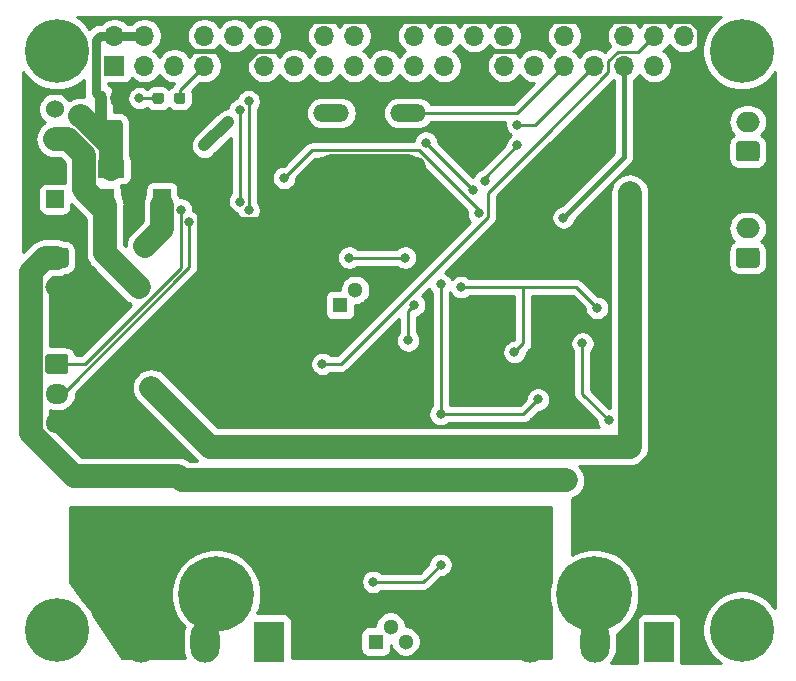
<source format=gbr>
G04 #@! TF.GenerationSoftware,KiCad,Pcbnew,5.1.10-88a1d61d58~88~ubuntu20.04.1*
G04 #@! TF.CreationDate,2021-09-15T20:12:52+01:00*
G04 #@! TF.ProjectId,ogsolar,6f67736f-6c61-4722-9e6b-696361645f70,1.5*
G04 #@! TF.SameCoordinates,Original*
G04 #@! TF.FileFunction,Copper,L2,Bot*
G04 #@! TF.FilePolarity,Positive*
%FSLAX46Y46*%
G04 Gerber Fmt 4.6, Leading zero omitted, Abs format (unit mm)*
G04 Created by KiCad (PCBNEW 5.1.10-88a1d61d58~88~ubuntu20.04.1) date 2021-09-15 20:12:52*
%MOMM*%
%LPD*%
G01*
G04 APERTURE LIST*
G04 #@! TA.AperFunction,ComponentPad*
%ADD10C,1.300000*%
G04 #@! TD*
G04 #@! TA.AperFunction,ComponentPad*
%ADD11R,1.300000X1.300000*%
G04 #@! TD*
G04 #@! TA.AperFunction,ComponentPad*
%ADD12C,5.400000*%
G04 #@! TD*
G04 #@! TA.AperFunction,SMDPad,CuDef*
%ADD13R,2.200000X1.500000*%
G04 #@! TD*
G04 #@! TA.AperFunction,ComponentPad*
%ADD14O,2.000000X1.700000*%
G04 #@! TD*
G04 #@! TA.AperFunction,ComponentPad*
%ADD15O,1.950000X1.700000*%
G04 #@! TD*
G04 #@! TA.AperFunction,ComponentPad*
%ADD16R,1.700000X1.700000*%
G04 #@! TD*
G04 #@! TA.AperFunction,ComponentPad*
%ADD17O,1.700000X1.700000*%
G04 #@! TD*
G04 #@! TA.AperFunction,SMDPad,CuDef*
%ADD18R,1.500000X2.700000*%
G04 #@! TD*
G04 #@! TA.AperFunction,ComponentPad*
%ADD19R,1.524000X1.524000*%
G04 #@! TD*
G04 #@! TA.AperFunction,ComponentPad*
%ADD20C,1.524000*%
G04 #@! TD*
G04 #@! TA.AperFunction,ComponentPad*
%ADD21O,2.500000X3.500000*%
G04 #@! TD*
G04 #@! TA.AperFunction,ComponentPad*
%ADD22R,2.500000X3.500000*%
G04 #@! TD*
G04 #@! TA.AperFunction,ComponentPad*
%ADD23O,3.014980X1.506220*%
G04 #@! TD*
G04 #@! TA.AperFunction,ComponentPad*
%ADD24C,0.800000*%
G04 #@! TD*
G04 #@! TA.AperFunction,ComponentPad*
%ADD25C,6.400000*%
G04 #@! TD*
G04 #@! TA.AperFunction,ViaPad*
%ADD26C,0.800000*%
G04 #@! TD*
G04 #@! TA.AperFunction,Conductor*
%ADD27C,2.000000*%
G04 #@! TD*
G04 #@! TA.AperFunction,Conductor*
%ADD28C,1.000000*%
G04 #@! TD*
G04 #@! TA.AperFunction,Conductor*
%ADD29C,0.400000*%
G04 #@! TD*
G04 #@! TA.AperFunction,Conductor*
%ADD30C,0.800000*%
G04 #@! TD*
G04 #@! TA.AperFunction,Conductor*
%ADD31C,0.250000*%
G04 #@! TD*
G04 #@! TA.AperFunction,Conductor*
%ADD32C,0.254000*%
G04 #@! TD*
G04 #@! TA.AperFunction,Conductor*
%ADD33C,0.100000*%
G04 #@! TD*
G04 APERTURE END LIST*
D10*
X141770000Y-107230000D03*
X143040000Y-108500000D03*
D11*
X140500000Y-108500000D03*
D12*
X113500000Y-107500000D03*
X171500000Y-107500000D03*
X171500000Y-58500000D03*
X113500000Y-58500000D03*
G04 #@! TA.AperFunction,SMDPad,CuDef*
G36*
G01*
X121925000Y-66425001D02*
X121925000Y-64574999D01*
G75*
G02*
X122174999Y-64325000I249999J0D01*
G01*
X123925001Y-64325000D01*
G75*
G02*
X124175000Y-64574999I0J-249999D01*
G01*
X124175000Y-66425001D01*
G75*
G02*
X123925001Y-66675000I-249999J0D01*
G01*
X122174999Y-66675000D01*
G75*
G02*
X121925000Y-66425001I0J249999D01*
G01*
G37*
G04 #@! TD.AperFunction*
G04 #@! TA.AperFunction,SMDPad,CuDef*
G36*
G01*
X116825000Y-66425001D02*
X116825000Y-64574999D01*
G75*
G02*
X117074999Y-64325000I249999J0D01*
G01*
X118825001Y-64325000D01*
G75*
G02*
X119075000Y-64574999I0J-249999D01*
G01*
X119075000Y-66425001D01*
G75*
G02*
X118825001Y-66675000I-249999J0D01*
G01*
X117074999Y-66675000D01*
G75*
G02*
X116825000Y-66425001I0J249999D01*
G01*
G37*
G04 #@! TD.AperFunction*
G04 #@! TA.AperFunction,SMDPad,CuDef*
G36*
G01*
X116827500Y-62931250D02*
X116827500Y-62068750D01*
G75*
G02*
X117036250Y-61860000I208750J0D01*
G01*
X117453750Y-61860000D01*
G75*
G02*
X117662500Y-62068750I0J-208750D01*
G01*
X117662500Y-62931250D01*
G75*
G02*
X117453750Y-63140000I-208750J0D01*
G01*
X117036250Y-63140000D01*
G75*
G02*
X116827500Y-62931250I0J208750D01*
G01*
G37*
G04 #@! TD.AperFunction*
G04 #@! TA.AperFunction,SMDPad,CuDef*
G36*
G01*
X118082500Y-62931250D02*
X118082500Y-62068750D01*
G75*
G02*
X118291250Y-61860000I208750J0D01*
G01*
X118708750Y-61860000D01*
G75*
G02*
X118917500Y-62068750I0J-208750D01*
G01*
X118917500Y-62931250D01*
G75*
G02*
X118708750Y-63140000I-208750J0D01*
G01*
X118291250Y-63140000D01*
G75*
G02*
X118082500Y-62931250I0J208750D01*
G01*
G37*
G04 #@! TD.AperFunction*
D13*
X121000000Y-68500000D03*
X118100000Y-68500000D03*
G04 #@! TA.AperFunction,ComponentPad*
G36*
G01*
X112750000Y-75150000D02*
X114250000Y-75150000D01*
G75*
G02*
X114500000Y-75400000I0J-250000D01*
G01*
X114500000Y-76600000D01*
G75*
G02*
X114250000Y-76850000I-250000J0D01*
G01*
X112750000Y-76850000D01*
G75*
G02*
X112500000Y-76600000I0J250000D01*
G01*
X112500000Y-75400000D01*
G75*
G02*
X112750000Y-75150000I250000J0D01*
G01*
G37*
G04 #@! TD.AperFunction*
D14*
X113500000Y-78500000D03*
G04 #@! TA.AperFunction,ComponentPad*
G36*
G01*
X112775000Y-84150000D02*
X114225000Y-84150000D01*
G75*
G02*
X114475000Y-84400000I0J-250000D01*
G01*
X114475000Y-85600000D01*
G75*
G02*
X114225000Y-85850000I-250000J0D01*
G01*
X112775000Y-85850000D01*
G75*
G02*
X112525000Y-85600000I0J250000D01*
G01*
X112525000Y-84400000D01*
G75*
G02*
X112775000Y-84150000I250000J0D01*
G01*
G37*
G04 #@! TD.AperFunction*
D15*
X113500000Y-87500000D03*
X113500000Y-90000000D03*
G04 #@! TA.AperFunction,SMDPad,CuDef*
G36*
G01*
X122575000Y-62262500D02*
X122575000Y-62737500D01*
G75*
G02*
X122337500Y-62975000I-237500J0D01*
G01*
X121837500Y-62975000D01*
G75*
G02*
X121600000Y-62737500I0J237500D01*
G01*
X121600000Y-62262500D01*
G75*
G02*
X121837500Y-62025000I237500J0D01*
G01*
X122337500Y-62025000D01*
G75*
G02*
X122575000Y-62262500I0J-237500D01*
G01*
G37*
G04 #@! TD.AperFunction*
G04 #@! TA.AperFunction,SMDPad,CuDef*
G36*
G01*
X124400000Y-62262500D02*
X124400000Y-62737500D01*
G75*
G02*
X124162500Y-62975000I-237500J0D01*
G01*
X123662500Y-62975000D01*
G75*
G02*
X123425000Y-62737500I0J237500D01*
G01*
X123425000Y-62262500D01*
G75*
G02*
X123662500Y-62025000I237500J0D01*
G01*
X124162500Y-62025000D01*
G75*
G02*
X124400000Y-62262500I0J-237500D01*
G01*
G37*
G04 #@! TD.AperFunction*
D16*
X118375000Y-59750000D03*
D17*
X118375000Y-57210000D03*
X120915000Y-59750000D03*
X120915000Y-57210000D03*
X123455000Y-59750000D03*
X123455000Y-57210000D03*
X125995000Y-59750000D03*
X125995000Y-57210000D03*
X128535000Y-59750000D03*
X128535000Y-57210000D03*
X131075000Y-59750000D03*
X131075000Y-57210000D03*
X133615000Y-59750000D03*
X133615000Y-57210000D03*
X136155000Y-59750000D03*
X136155000Y-57210000D03*
X138695000Y-59750000D03*
X138695000Y-57210000D03*
X141235000Y-59750000D03*
X141235000Y-57210000D03*
X143775000Y-59750000D03*
X143775000Y-57210000D03*
X146315000Y-59750000D03*
X146315000Y-57210000D03*
X148855000Y-59750000D03*
X148855000Y-57210000D03*
X151395000Y-59750000D03*
X151395000Y-57210000D03*
X153935000Y-59750000D03*
X153935000Y-57210000D03*
X156475000Y-59750000D03*
X156475000Y-57210000D03*
X159015000Y-59750000D03*
X159015000Y-57210000D03*
X161555000Y-59750000D03*
X161555000Y-57210000D03*
X164095000Y-59750000D03*
X164095000Y-57210000D03*
X166635000Y-59750000D03*
X166635000Y-57210000D03*
D18*
X117600000Y-71500000D03*
X122400000Y-71500000D03*
D19*
X113340000Y-71040000D03*
D20*
X113340000Y-68500000D03*
X113340000Y-65960000D03*
X113340000Y-63420000D03*
D14*
X172000000Y-64500000D03*
G04 #@! TA.AperFunction,ComponentPad*
G36*
G01*
X172750000Y-67850000D02*
X171250000Y-67850000D01*
G75*
G02*
X171000000Y-67600000I0J250000D01*
G01*
X171000000Y-66400000D01*
G75*
G02*
X171250000Y-66150000I250000J0D01*
G01*
X172750000Y-66150000D01*
G75*
G02*
X173000000Y-66400000I0J-250000D01*
G01*
X173000000Y-67600000D01*
G75*
G02*
X172750000Y-67850000I-250000J0D01*
G01*
G37*
G04 #@! TD.AperFunction*
G04 #@! TA.AperFunction,ComponentPad*
G36*
G01*
X172750000Y-76850000D02*
X171250000Y-76850000D01*
G75*
G02*
X171000000Y-76600000I0J250000D01*
G01*
X171000000Y-75400000D01*
G75*
G02*
X171250000Y-75150000I250000J0D01*
G01*
X172750000Y-75150000D01*
G75*
G02*
X173000000Y-75400000I0J-250000D01*
G01*
X173000000Y-76600000D01*
G75*
G02*
X172750000Y-76850000I-250000J0D01*
G01*
G37*
G04 #@! TD.AperFunction*
X172000000Y-73500000D03*
D21*
X120600000Y-108500000D03*
X126050000Y-108500000D03*
D22*
X131500000Y-108500000D03*
X164500000Y-108500000D03*
D21*
X159050000Y-108500000D03*
X153600000Y-108500000D03*
D23*
X136751340Y-63752100D03*
X143248660Y-63752100D03*
X136751340Y-68247900D03*
X143248660Y-68247900D03*
D24*
X128697056Y-102802944D03*
X127000000Y-102100000D03*
X125302944Y-102802944D03*
X124600000Y-104500000D03*
X125302944Y-106197056D03*
X127000000Y-106900000D03*
X128697056Y-106197056D03*
X129400000Y-104500000D03*
D25*
X127000000Y-104500000D03*
X159000000Y-104500000D03*
D24*
X161400000Y-104500000D03*
X160697056Y-106197056D03*
X159000000Y-106900000D03*
X157302944Y-106197056D03*
X156600000Y-104500000D03*
X157302944Y-102802944D03*
X159000000Y-102100000D03*
X160697056Y-102802944D03*
X121197056Y-102802944D03*
X119500000Y-102100000D03*
X117802944Y-102802944D03*
X117100000Y-104500000D03*
X117802944Y-106197056D03*
X119500000Y-106900000D03*
X121197056Y-106197056D03*
X121900000Y-104500000D03*
D25*
X119500000Y-104500000D03*
X151500000Y-104500000D03*
D24*
X153900000Y-104500000D03*
X153197056Y-106197056D03*
X151500000Y-106900000D03*
X149802944Y-106197056D03*
X149100000Y-104500000D03*
X149802944Y-102802944D03*
X151500000Y-102100000D03*
X153197056Y-102802944D03*
D11*
X137500000Y-80000000D03*
D10*
X140040000Y-80000000D03*
X138770000Y-78730000D03*
D26*
X120500000Y-78500000D03*
X121500000Y-87000000D03*
X162000000Y-70500000D03*
X162000000Y-75500000D03*
X130550000Y-92050000D03*
X162000000Y-89500000D03*
X126400000Y-82800000D03*
X126900000Y-74900000D03*
X169500000Y-85000000D03*
X166250000Y-87750000D03*
X132500000Y-86500000D03*
X143250000Y-90000000D03*
X115500000Y-64000000D03*
X128000000Y-64500000D03*
X126000000Y-66500000D03*
X121000000Y-75000000D03*
X124725000Y-73000000D03*
X129000000Y-63500000D03*
X129000000Y-71250000D03*
X124000000Y-71936869D03*
X129750000Y-62750000D03*
X129750000Y-72000000D03*
X152500000Y-64750000D03*
X143250000Y-83000000D03*
X143750000Y-80000000D03*
X159250000Y-80250000D03*
X147750000Y-78500000D03*
X152250000Y-84000000D03*
X132750000Y-69250000D03*
X149250000Y-72250000D03*
X144750000Y-66250000D03*
X148750000Y-70250000D03*
X156400000Y-72600000D03*
X152500000Y-66500000D03*
X149750000Y-69500000D03*
X158000000Y-83250000D03*
X160250000Y-89750000D03*
X120500000Y-62500000D03*
X143000000Y-76000000D03*
X138250000Y-76000000D03*
X140300000Y-103450000D03*
X146000000Y-102000000D03*
X146000000Y-89250000D03*
X154250000Y-88000000D03*
X146000000Y-78250000D03*
X123750000Y-94500000D03*
X156600000Y-94850000D03*
X136000000Y-85000000D03*
D27*
X117089998Y-71500000D02*
X117600000Y-71500000D01*
X115799999Y-70210001D02*
X117089998Y-71500000D01*
X115799999Y-67342369D02*
X115799999Y-70210001D01*
X114417630Y-65960000D02*
X115799999Y-67342369D01*
X113340000Y-65960000D02*
X114417630Y-65960000D01*
X117600000Y-71500000D02*
X117600000Y-75600000D01*
X117600000Y-75600000D02*
X120500000Y-78500000D01*
X121500000Y-87000000D02*
X126500000Y-92000000D01*
X126500000Y-92000000D02*
X162000000Y-92000000D01*
X162000000Y-75500000D02*
X162000000Y-70500000D01*
X162000000Y-89500000D02*
X162000000Y-75500000D01*
X162000000Y-92000000D02*
X162000000Y-89500000D01*
D28*
X121000000Y-67550000D02*
X123050000Y-65500000D01*
X121000000Y-68500000D02*
X121000000Y-67550000D01*
X121500000Y-65500000D02*
X118500000Y-62500000D01*
X123050000Y-65500000D02*
X121500000Y-65500000D01*
D27*
X128535000Y-61140000D02*
X128535000Y-59750000D01*
X124175000Y-65500000D02*
X128535000Y-61140000D01*
X123050000Y-65500000D02*
X124175000Y-65500000D01*
D29*
X127245001Y-58460001D02*
X124705001Y-58460001D01*
X124705001Y-58460001D02*
X123455000Y-57210000D01*
X128535000Y-59750000D02*
X127245001Y-58460001D01*
X132325000Y-58500000D02*
X133615000Y-57210000D01*
X130474998Y-58500000D02*
X132325000Y-58500000D01*
X129224998Y-59750000D02*
X130474998Y-58500000D01*
X128535000Y-59750000D02*
X129224998Y-59750000D01*
X139984999Y-55959999D02*
X141235000Y-57210000D01*
X134865001Y-55959999D02*
X139984999Y-55959999D01*
X133615000Y-57210000D02*
X134865001Y-55959999D01*
X152684999Y-55959999D02*
X153935000Y-57210000D01*
X142485001Y-55959999D02*
X152684999Y-55959999D01*
X141235000Y-57210000D02*
X142485001Y-55959999D01*
X157764999Y-55959999D02*
X159015000Y-57210000D01*
X155185001Y-55959999D02*
X157764999Y-55959999D01*
X153935000Y-57210000D02*
X155185001Y-55959999D01*
X167885001Y-58499999D02*
X166635000Y-59750000D01*
X167885001Y-56609999D02*
X167885001Y-58499999D01*
X167235001Y-55959999D02*
X167885001Y-56609999D01*
X160265001Y-55959999D02*
X167235001Y-55959999D01*
X159015000Y-57210000D02*
X160265001Y-55959999D01*
D27*
X123660002Y-68500000D02*
X121000000Y-68500000D01*
X126400000Y-71239998D02*
X123660002Y-68500000D01*
X126400000Y-82800000D02*
X126400000Y-71239998D01*
D29*
X150144999Y-58460001D02*
X148855000Y-59750000D01*
X152684999Y-58460001D02*
X150144999Y-58460001D01*
X153935000Y-57210000D02*
X152684999Y-58460001D01*
D27*
X131399239Y-73600001D02*
X136751340Y-68247900D01*
X128760003Y-73600001D02*
X131399239Y-73600001D01*
X123660002Y-68500000D02*
X128760003Y-73600001D01*
X136751340Y-68247900D02*
X143248660Y-68247900D01*
D28*
X169500000Y-85000000D02*
X166750000Y-87750000D01*
X166750000Y-87750000D02*
X166250000Y-87750000D01*
X132500000Y-86500000D02*
X139750000Y-86500000D01*
X139750000Y-86500000D02*
X143250000Y-90000000D01*
D27*
X118100000Y-65650000D02*
X117950000Y-65500000D01*
X118100000Y-68500000D02*
X118100000Y-65650000D01*
D28*
X117245000Y-64795000D02*
X117245000Y-62500000D01*
X117950000Y-65500000D02*
X117245000Y-64795000D01*
D30*
X117172919Y-57210000D02*
X118375000Y-57210000D01*
X116827500Y-57555419D02*
X117172919Y-57210000D01*
X116827500Y-62082500D02*
X116827500Y-57555419D01*
X117245000Y-62500000D02*
X116827500Y-62082500D01*
X118375000Y-57210000D02*
X120915000Y-57210000D01*
D27*
X118100000Y-68500000D02*
X118100000Y-66531088D01*
X115568912Y-64000000D02*
X115500000Y-64000000D01*
X118100000Y-66531088D02*
X115568912Y-64000000D01*
X117950000Y-66381088D02*
X118100000Y-66531088D01*
X117950000Y-65500000D02*
X117950000Y-66381088D01*
D28*
X128000000Y-64500000D02*
X126000000Y-66500000D01*
D27*
X122400000Y-73600000D02*
X121000000Y-75000000D01*
X122400000Y-71500000D02*
X122400000Y-73600000D01*
D31*
X123912500Y-61832500D02*
X125995000Y-59750000D01*
X123912500Y-62500000D02*
X123912500Y-61832500D01*
X124725000Y-76785256D02*
X114010256Y-87500000D01*
X114010256Y-87500000D02*
X113500000Y-87500000D01*
X124725000Y-73000000D02*
X124725000Y-76785256D01*
X129000000Y-63500000D02*
X129000000Y-71250000D01*
X115873846Y-85000000D02*
X113500000Y-85000000D01*
X124000000Y-76873846D02*
X115873846Y-85000000D01*
X124000000Y-71936869D02*
X124000000Y-76873846D01*
X129750000Y-62750000D02*
X129750000Y-72000000D01*
X152472900Y-63752100D02*
X143248660Y-63752100D01*
X156475000Y-59750000D02*
X152472900Y-63752100D01*
X154015000Y-64750000D02*
X159015000Y-59750000D01*
X152500000Y-64750000D02*
X154015000Y-64750000D01*
X143250000Y-83000000D02*
X143250000Y-80500000D01*
X143250000Y-80500000D02*
X143750000Y-80000000D01*
X159250000Y-80250000D02*
X157500000Y-78500000D01*
X153000000Y-83250000D02*
X152250000Y-84000000D01*
X153000000Y-78500000D02*
X153000000Y-83250000D01*
X157500000Y-78500000D02*
X153000000Y-78500000D01*
X153000000Y-78500000D02*
X147750000Y-78500000D01*
X135077110Y-66922890D02*
X144202721Y-66922890D01*
X144202721Y-66922890D02*
X149250000Y-71970169D01*
X132750000Y-69250000D02*
X135077110Y-66922890D01*
X149250000Y-71970169D02*
X149250000Y-72250000D01*
X144750000Y-66250000D02*
X148750000Y-70250000D01*
D29*
X161555000Y-59750000D02*
X161555000Y-67445000D01*
X161555000Y-67445000D02*
X156400000Y-72600000D01*
D31*
X152500000Y-66500000D02*
X149750000Y-69250000D01*
X149750000Y-69250000D02*
X149750000Y-69500000D01*
D27*
X151500000Y-104500000D02*
X146000000Y-99000000D01*
X125000000Y-99000000D02*
X119500000Y-104500000D01*
X146000000Y-99000000D02*
X125000000Y-99000000D01*
D31*
X158000000Y-83250000D02*
X158000000Y-87500000D01*
X158000000Y-87500000D02*
X160250000Y-89750000D01*
X122087500Y-62500000D02*
X120500000Y-62500000D01*
X143000000Y-76000000D02*
X138250000Y-76000000D01*
X140300000Y-103450000D02*
X144550000Y-103450000D01*
X144550000Y-103450000D02*
X146000000Y-102000000D01*
X146000000Y-89250000D02*
X153000000Y-89250000D01*
X153000000Y-89250000D02*
X154250000Y-88000000D01*
X146000000Y-89250000D02*
X146000000Y-78250000D01*
D27*
X111299990Y-90824141D02*
X114975849Y-94500000D01*
X112500000Y-76000000D02*
X111299990Y-77200010D01*
X111299990Y-77200010D02*
X111299990Y-90824141D01*
X113500000Y-76000000D02*
X112500000Y-76000000D01*
X114975849Y-94500000D02*
X123750000Y-94500000D01*
X124100000Y-94850000D02*
X123750000Y-94500000D01*
X156600000Y-94850000D02*
X124100000Y-94850000D01*
D31*
X160190001Y-60314001D02*
X154754002Y-65750000D01*
X160190001Y-59375997D02*
X160190001Y-60314001D01*
X160990999Y-58574999D02*
X160190001Y-59375997D01*
X162730001Y-58574999D02*
X160990999Y-58574999D01*
X164095000Y-57210000D02*
X162730001Y-58574999D01*
X154754002Y-65750000D02*
X154750000Y-65750000D01*
X154750000Y-65750000D02*
X150000000Y-70500000D01*
X150000000Y-72573002D02*
X137573002Y-85000000D01*
X150000000Y-70500000D02*
X150000000Y-72573002D01*
X137573002Y-85000000D02*
X136000000Y-85000000D01*
D32*
X155373000Y-103235015D02*
X155312377Y-103381372D01*
X155165000Y-104122285D01*
X155165000Y-104877715D01*
X155312377Y-105618628D01*
X155373000Y-105764985D01*
X155373000Y-109873000D01*
X133388072Y-109873000D01*
X133388072Y-107850000D01*
X139211928Y-107850000D01*
X139211928Y-109150000D01*
X139224188Y-109274482D01*
X139260498Y-109394180D01*
X139319463Y-109504494D01*
X139398815Y-109601185D01*
X139495506Y-109680537D01*
X139605820Y-109739502D01*
X139725518Y-109775812D01*
X139850000Y-109788072D01*
X141150000Y-109788072D01*
X141274482Y-109775812D01*
X141394180Y-109739502D01*
X141504494Y-109680537D01*
X141601185Y-109601185D01*
X141680537Y-109504494D01*
X141739502Y-109394180D01*
X141775812Y-109274482D01*
X141788072Y-109150000D01*
X141788072Y-108792828D01*
X141804381Y-108874821D01*
X141901247Y-109108676D01*
X142041875Y-109319140D01*
X142220860Y-109498125D01*
X142431324Y-109638753D01*
X142665179Y-109735619D01*
X142913439Y-109785000D01*
X143166561Y-109785000D01*
X143414821Y-109735619D01*
X143648676Y-109638753D01*
X143859140Y-109498125D01*
X144038125Y-109319140D01*
X144178753Y-109108676D01*
X144275619Y-108874821D01*
X144325000Y-108626561D01*
X144325000Y-108373439D01*
X144275619Y-108125179D01*
X144178753Y-107891324D01*
X144038125Y-107680860D01*
X143859140Y-107501875D01*
X143648676Y-107361247D01*
X143414821Y-107264381D01*
X143166561Y-107215000D01*
X143055000Y-107215000D01*
X143055000Y-107103439D01*
X143005619Y-106855179D01*
X142908753Y-106621324D01*
X142768125Y-106410860D01*
X142589140Y-106231875D01*
X142378676Y-106091247D01*
X142144821Y-105994381D01*
X141896561Y-105945000D01*
X141643439Y-105945000D01*
X141395179Y-105994381D01*
X141161324Y-106091247D01*
X140950860Y-106231875D01*
X140771875Y-106410860D01*
X140631247Y-106621324D01*
X140534381Y-106855179D01*
X140485000Y-107103439D01*
X140485000Y-107211928D01*
X139850000Y-107211928D01*
X139725518Y-107224188D01*
X139605820Y-107260498D01*
X139495506Y-107319463D01*
X139398815Y-107398815D01*
X139319463Y-107495506D01*
X139260498Y-107605820D01*
X139224188Y-107725518D01*
X139211928Y-107850000D01*
X133388072Y-107850000D01*
X133388072Y-106750000D01*
X133375812Y-106625518D01*
X133339502Y-106505820D01*
X133280537Y-106395506D01*
X133201185Y-106298815D01*
X133104494Y-106219463D01*
X132994180Y-106160498D01*
X132874482Y-106124188D01*
X132750000Y-106111928D01*
X130483292Y-106111928D01*
X130687623Y-105618628D01*
X130835000Y-104877715D01*
X130835000Y-104122285D01*
X130687623Y-103381372D01*
X130673826Y-103348061D01*
X139265000Y-103348061D01*
X139265000Y-103551939D01*
X139304774Y-103751898D01*
X139382795Y-103940256D01*
X139496063Y-104109774D01*
X139640226Y-104253937D01*
X139809744Y-104367205D01*
X139998102Y-104445226D01*
X140198061Y-104485000D01*
X140401939Y-104485000D01*
X140601898Y-104445226D01*
X140790256Y-104367205D01*
X140959774Y-104253937D01*
X141003711Y-104210000D01*
X144512678Y-104210000D01*
X144550000Y-104213676D01*
X144587322Y-104210000D01*
X144587333Y-104210000D01*
X144698986Y-104199003D01*
X144842247Y-104155546D01*
X144974276Y-104084974D01*
X145090001Y-103990001D01*
X145113804Y-103960997D01*
X146039802Y-103035000D01*
X146101939Y-103035000D01*
X146301898Y-102995226D01*
X146490256Y-102917205D01*
X146659774Y-102803937D01*
X146803937Y-102659774D01*
X146917205Y-102490256D01*
X146995226Y-102301898D01*
X147035000Y-102101939D01*
X147035000Y-101898061D01*
X146995226Y-101698102D01*
X146917205Y-101509744D01*
X146803937Y-101340226D01*
X146659774Y-101196063D01*
X146490256Y-101082795D01*
X146301898Y-101004774D01*
X146101939Y-100965000D01*
X145898061Y-100965000D01*
X145698102Y-101004774D01*
X145509744Y-101082795D01*
X145340226Y-101196063D01*
X145196063Y-101340226D01*
X145082795Y-101509744D01*
X145004774Y-101698102D01*
X144965000Y-101898061D01*
X144965000Y-101960198D01*
X144235199Y-102690000D01*
X141003711Y-102690000D01*
X140959774Y-102646063D01*
X140790256Y-102532795D01*
X140601898Y-102454774D01*
X140401939Y-102415000D01*
X140198061Y-102415000D01*
X139998102Y-102454774D01*
X139809744Y-102532795D01*
X139640226Y-102646063D01*
X139496063Y-102790226D01*
X139382795Y-102959744D01*
X139304774Y-103148102D01*
X139265000Y-103348061D01*
X130673826Y-103348061D01*
X130398533Y-102683446D01*
X129978839Y-102055330D01*
X129444670Y-101521161D01*
X128816554Y-101101467D01*
X128118628Y-100812377D01*
X127377715Y-100665000D01*
X126622285Y-100665000D01*
X125881372Y-100812377D01*
X125183446Y-101101467D01*
X124555330Y-101521161D01*
X124021161Y-102055330D01*
X123601467Y-102683446D01*
X123312377Y-103381372D01*
X123165000Y-104122285D01*
X123165000Y-104877715D01*
X123312377Y-105618628D01*
X123601467Y-106316554D01*
X124021161Y-106944670D01*
X124318028Y-107241537D01*
X124300061Y-107275152D01*
X124192275Y-107630476D01*
X124165000Y-107907403D01*
X124165000Y-109092596D01*
X124192275Y-109369523D01*
X124300061Y-109724847D01*
X124379250Y-109873000D01*
X119066542Y-109873000D01*
X116642207Y-106371182D01*
X116455439Y-105920285D01*
X116090464Y-105374061D01*
X115640105Y-104923702D01*
X114627000Y-103460328D01*
X114627000Y-97127000D01*
X155373000Y-97127000D01*
X155373000Y-103235015D01*
G04 #@! TA.AperFunction,Conductor*
D33*
G36*
X155373000Y-103235015D02*
G01*
X155312377Y-103381372D01*
X155165000Y-104122285D01*
X155165000Y-104877715D01*
X155312377Y-105618628D01*
X155373000Y-105764985D01*
X155373000Y-109873000D01*
X133388072Y-109873000D01*
X133388072Y-107850000D01*
X139211928Y-107850000D01*
X139211928Y-109150000D01*
X139224188Y-109274482D01*
X139260498Y-109394180D01*
X139319463Y-109504494D01*
X139398815Y-109601185D01*
X139495506Y-109680537D01*
X139605820Y-109739502D01*
X139725518Y-109775812D01*
X139850000Y-109788072D01*
X141150000Y-109788072D01*
X141274482Y-109775812D01*
X141394180Y-109739502D01*
X141504494Y-109680537D01*
X141601185Y-109601185D01*
X141680537Y-109504494D01*
X141739502Y-109394180D01*
X141775812Y-109274482D01*
X141788072Y-109150000D01*
X141788072Y-108792828D01*
X141804381Y-108874821D01*
X141901247Y-109108676D01*
X142041875Y-109319140D01*
X142220860Y-109498125D01*
X142431324Y-109638753D01*
X142665179Y-109735619D01*
X142913439Y-109785000D01*
X143166561Y-109785000D01*
X143414821Y-109735619D01*
X143648676Y-109638753D01*
X143859140Y-109498125D01*
X144038125Y-109319140D01*
X144178753Y-109108676D01*
X144275619Y-108874821D01*
X144325000Y-108626561D01*
X144325000Y-108373439D01*
X144275619Y-108125179D01*
X144178753Y-107891324D01*
X144038125Y-107680860D01*
X143859140Y-107501875D01*
X143648676Y-107361247D01*
X143414821Y-107264381D01*
X143166561Y-107215000D01*
X143055000Y-107215000D01*
X143055000Y-107103439D01*
X143005619Y-106855179D01*
X142908753Y-106621324D01*
X142768125Y-106410860D01*
X142589140Y-106231875D01*
X142378676Y-106091247D01*
X142144821Y-105994381D01*
X141896561Y-105945000D01*
X141643439Y-105945000D01*
X141395179Y-105994381D01*
X141161324Y-106091247D01*
X140950860Y-106231875D01*
X140771875Y-106410860D01*
X140631247Y-106621324D01*
X140534381Y-106855179D01*
X140485000Y-107103439D01*
X140485000Y-107211928D01*
X139850000Y-107211928D01*
X139725518Y-107224188D01*
X139605820Y-107260498D01*
X139495506Y-107319463D01*
X139398815Y-107398815D01*
X139319463Y-107495506D01*
X139260498Y-107605820D01*
X139224188Y-107725518D01*
X139211928Y-107850000D01*
X133388072Y-107850000D01*
X133388072Y-106750000D01*
X133375812Y-106625518D01*
X133339502Y-106505820D01*
X133280537Y-106395506D01*
X133201185Y-106298815D01*
X133104494Y-106219463D01*
X132994180Y-106160498D01*
X132874482Y-106124188D01*
X132750000Y-106111928D01*
X130483292Y-106111928D01*
X130687623Y-105618628D01*
X130835000Y-104877715D01*
X130835000Y-104122285D01*
X130687623Y-103381372D01*
X130673826Y-103348061D01*
X139265000Y-103348061D01*
X139265000Y-103551939D01*
X139304774Y-103751898D01*
X139382795Y-103940256D01*
X139496063Y-104109774D01*
X139640226Y-104253937D01*
X139809744Y-104367205D01*
X139998102Y-104445226D01*
X140198061Y-104485000D01*
X140401939Y-104485000D01*
X140601898Y-104445226D01*
X140790256Y-104367205D01*
X140959774Y-104253937D01*
X141003711Y-104210000D01*
X144512678Y-104210000D01*
X144550000Y-104213676D01*
X144587322Y-104210000D01*
X144587333Y-104210000D01*
X144698986Y-104199003D01*
X144842247Y-104155546D01*
X144974276Y-104084974D01*
X145090001Y-103990001D01*
X145113804Y-103960997D01*
X146039802Y-103035000D01*
X146101939Y-103035000D01*
X146301898Y-102995226D01*
X146490256Y-102917205D01*
X146659774Y-102803937D01*
X146803937Y-102659774D01*
X146917205Y-102490256D01*
X146995226Y-102301898D01*
X147035000Y-102101939D01*
X147035000Y-101898061D01*
X146995226Y-101698102D01*
X146917205Y-101509744D01*
X146803937Y-101340226D01*
X146659774Y-101196063D01*
X146490256Y-101082795D01*
X146301898Y-101004774D01*
X146101939Y-100965000D01*
X145898061Y-100965000D01*
X145698102Y-101004774D01*
X145509744Y-101082795D01*
X145340226Y-101196063D01*
X145196063Y-101340226D01*
X145082795Y-101509744D01*
X145004774Y-101698102D01*
X144965000Y-101898061D01*
X144965000Y-101960198D01*
X144235199Y-102690000D01*
X141003711Y-102690000D01*
X140959774Y-102646063D01*
X140790256Y-102532795D01*
X140601898Y-102454774D01*
X140401939Y-102415000D01*
X140198061Y-102415000D01*
X139998102Y-102454774D01*
X139809744Y-102532795D01*
X139640226Y-102646063D01*
X139496063Y-102790226D01*
X139382795Y-102959744D01*
X139304774Y-103148102D01*
X139265000Y-103348061D01*
X130673826Y-103348061D01*
X130398533Y-102683446D01*
X129978839Y-102055330D01*
X129444670Y-101521161D01*
X128816554Y-101101467D01*
X128118628Y-100812377D01*
X127377715Y-100665000D01*
X126622285Y-100665000D01*
X125881372Y-100812377D01*
X125183446Y-101101467D01*
X124555330Y-101521161D01*
X124021161Y-102055330D01*
X123601467Y-102683446D01*
X123312377Y-103381372D01*
X123165000Y-104122285D01*
X123165000Y-104877715D01*
X123312377Y-105618628D01*
X123601467Y-106316554D01*
X124021161Y-106944670D01*
X124318028Y-107241537D01*
X124300061Y-107275152D01*
X124192275Y-107630476D01*
X124165000Y-107907403D01*
X124165000Y-109092596D01*
X124192275Y-109369523D01*
X124300061Y-109724847D01*
X124379250Y-109873000D01*
X119066542Y-109873000D01*
X116642207Y-106371182D01*
X116455439Y-105920285D01*
X116090464Y-105374061D01*
X115640105Y-104923702D01*
X114627000Y-103460328D01*
X114627000Y-97127000D01*
X155373000Y-97127000D01*
X155373000Y-103235015D01*
G37*
G04 #@! TD.AperFunction*
D32*
X169374061Y-55909536D02*
X168909536Y-56374061D01*
X168544561Y-56920285D01*
X168293162Y-57527216D01*
X168165000Y-58171531D01*
X168165000Y-58828469D01*
X168293162Y-59472784D01*
X168544561Y-60079715D01*
X168909536Y-60625939D01*
X169374061Y-61090464D01*
X169920285Y-61455439D01*
X170527216Y-61706838D01*
X171171531Y-61835000D01*
X171828469Y-61835000D01*
X172472784Y-61706838D01*
X173079715Y-61455439D01*
X173625939Y-61090464D01*
X174090464Y-60625939D01*
X174338126Y-60255286D01*
X174300367Y-105688204D01*
X174090464Y-105374061D01*
X173625939Y-104909536D01*
X173079715Y-104544561D01*
X172472784Y-104293162D01*
X171828469Y-104165000D01*
X171171531Y-104165000D01*
X170527216Y-104293162D01*
X169920285Y-104544561D01*
X169374061Y-104909536D01*
X168909536Y-105374061D01*
X168544561Y-105920285D01*
X168293162Y-106527216D01*
X168165000Y-107171531D01*
X168165000Y-107828469D01*
X168293162Y-108472784D01*
X168544561Y-109079715D01*
X168909536Y-109625939D01*
X169374061Y-110090464D01*
X169747518Y-110340000D01*
X166379208Y-110340000D01*
X166388072Y-110250000D01*
X166388072Y-106750000D01*
X166375812Y-106625518D01*
X166339502Y-106505820D01*
X166280537Y-106395506D01*
X166201185Y-106298815D01*
X166104494Y-106219463D01*
X165994180Y-106160498D01*
X165874482Y-106124188D01*
X165750000Y-106111928D01*
X163250000Y-106111928D01*
X163125518Y-106124188D01*
X163005820Y-106160498D01*
X162895506Y-106219463D01*
X162798815Y-106298815D01*
X162719463Y-106395506D01*
X162660498Y-106505820D01*
X162624188Y-106625518D01*
X162611928Y-106750000D01*
X162611928Y-110250000D01*
X162620792Y-110340000D01*
X160388547Y-110340000D01*
X160389345Y-110339345D01*
X160624903Y-110052317D01*
X160799939Y-109724848D01*
X160907725Y-109369524D01*
X160935000Y-109092597D01*
X160935000Y-107907403D01*
X160926867Y-107824824D01*
X161444670Y-107478839D01*
X161978839Y-106944670D01*
X162398533Y-106316554D01*
X162687623Y-105618628D01*
X162835000Y-104877715D01*
X162835000Y-104122285D01*
X162687623Y-103381372D01*
X162398533Y-102683446D01*
X161978839Y-102055330D01*
X161444670Y-101521161D01*
X160816554Y-101101467D01*
X160118628Y-100812377D01*
X159377715Y-100665000D01*
X158622285Y-100665000D01*
X157881372Y-100812377D01*
X157183446Y-101101467D01*
X157127000Y-101139183D01*
X157127000Y-96398707D01*
X157228715Y-96367852D01*
X157512752Y-96216031D01*
X157761714Y-96011714D01*
X157966031Y-95762752D01*
X158117852Y-95478715D01*
X158211343Y-95170516D01*
X158242911Y-94850000D01*
X158211343Y-94529484D01*
X158117852Y-94221285D01*
X157966031Y-93937248D01*
X157761714Y-93688286D01*
X157696785Y-93635000D01*
X161919678Y-93635000D01*
X162000000Y-93642911D01*
X162080322Y-93635000D01*
X162320516Y-93611343D01*
X162628715Y-93517852D01*
X162912752Y-93366031D01*
X163161714Y-93161714D01*
X163366031Y-92912752D01*
X163517852Y-92628715D01*
X163611343Y-92320516D01*
X163642911Y-92000000D01*
X163635000Y-91919678D01*
X163635000Y-73500000D01*
X170357815Y-73500000D01*
X170386487Y-73791111D01*
X170471401Y-74071034D01*
X170609294Y-74329014D01*
X170794866Y-74555134D01*
X170858337Y-74607223D01*
X170756614Y-74661595D01*
X170622038Y-74772038D01*
X170511595Y-74906614D01*
X170429528Y-75060150D01*
X170378992Y-75226746D01*
X170361928Y-75400000D01*
X170361928Y-76600000D01*
X170378992Y-76773254D01*
X170429528Y-76939850D01*
X170511595Y-77093386D01*
X170622038Y-77227962D01*
X170756614Y-77338405D01*
X170910150Y-77420472D01*
X171076746Y-77471008D01*
X171250000Y-77488072D01*
X172750000Y-77488072D01*
X172923254Y-77471008D01*
X173089850Y-77420472D01*
X173243386Y-77338405D01*
X173377962Y-77227962D01*
X173488405Y-77093386D01*
X173570472Y-76939850D01*
X173621008Y-76773254D01*
X173638072Y-76600000D01*
X173638072Y-75400000D01*
X173621008Y-75226746D01*
X173570472Y-75060150D01*
X173488405Y-74906614D01*
X173377962Y-74772038D01*
X173243386Y-74661595D01*
X173141663Y-74607223D01*
X173205134Y-74555134D01*
X173390706Y-74329014D01*
X173528599Y-74071034D01*
X173613513Y-73791111D01*
X173642185Y-73500000D01*
X173613513Y-73208889D01*
X173528599Y-72928966D01*
X173390706Y-72670986D01*
X173205134Y-72444866D01*
X172979014Y-72259294D01*
X172721034Y-72121401D01*
X172441111Y-72036487D01*
X172222950Y-72015000D01*
X171777050Y-72015000D01*
X171558889Y-72036487D01*
X171278966Y-72121401D01*
X171020986Y-72259294D01*
X170794866Y-72444866D01*
X170609294Y-72670986D01*
X170471401Y-72928966D01*
X170386487Y-73208889D01*
X170357815Y-73500000D01*
X163635000Y-73500000D01*
X163635000Y-70419678D01*
X163611343Y-70179484D01*
X163517852Y-69871285D01*
X163366031Y-69587248D01*
X163161714Y-69338286D01*
X162912752Y-69133969D01*
X162628715Y-68982148D01*
X162320516Y-68888657D01*
X162000000Y-68857089D01*
X161679485Y-68888657D01*
X161371286Y-68982148D01*
X161087249Y-69133969D01*
X160862241Y-69318628D01*
X162116432Y-68064437D01*
X162148291Y-68038291D01*
X162185928Y-67992431D01*
X162252636Y-67911146D01*
X162330172Y-67766087D01*
X162377918Y-67608689D01*
X162394040Y-67445000D01*
X162390000Y-67403982D01*
X162390000Y-64500000D01*
X170357815Y-64500000D01*
X170386487Y-64791111D01*
X170471401Y-65071034D01*
X170609294Y-65329014D01*
X170794866Y-65555134D01*
X170858337Y-65607223D01*
X170756614Y-65661595D01*
X170622038Y-65772038D01*
X170511595Y-65906614D01*
X170429528Y-66060150D01*
X170378992Y-66226746D01*
X170361928Y-66400000D01*
X170361928Y-67600000D01*
X170378992Y-67773254D01*
X170429528Y-67939850D01*
X170511595Y-68093386D01*
X170622038Y-68227962D01*
X170756614Y-68338405D01*
X170910150Y-68420472D01*
X171076746Y-68471008D01*
X171250000Y-68488072D01*
X172750000Y-68488072D01*
X172923254Y-68471008D01*
X173089850Y-68420472D01*
X173243386Y-68338405D01*
X173377962Y-68227962D01*
X173488405Y-68093386D01*
X173570472Y-67939850D01*
X173621008Y-67773254D01*
X173638072Y-67600000D01*
X173638072Y-66400000D01*
X173621008Y-66226746D01*
X173570472Y-66060150D01*
X173488405Y-65906614D01*
X173377962Y-65772038D01*
X173243386Y-65661595D01*
X173141663Y-65607223D01*
X173205134Y-65555134D01*
X173390706Y-65329014D01*
X173528599Y-65071034D01*
X173613513Y-64791111D01*
X173642185Y-64500000D01*
X173613513Y-64208889D01*
X173528599Y-63928966D01*
X173390706Y-63670986D01*
X173205134Y-63444866D01*
X172979014Y-63259294D01*
X172721034Y-63121401D01*
X172441111Y-63036487D01*
X172222950Y-63015000D01*
X171777050Y-63015000D01*
X171558889Y-63036487D01*
X171278966Y-63121401D01*
X171020986Y-63259294D01*
X170794866Y-63444866D01*
X170609294Y-63670986D01*
X170471401Y-63928966D01*
X170386487Y-64208889D01*
X170357815Y-64500000D01*
X162390000Y-64500000D01*
X162390000Y-60978065D01*
X162501632Y-60903475D01*
X162708475Y-60696632D01*
X162825000Y-60522240D01*
X162941525Y-60696632D01*
X163148368Y-60903475D01*
X163391589Y-61065990D01*
X163661842Y-61177932D01*
X163948740Y-61235000D01*
X164241260Y-61235000D01*
X164528158Y-61177932D01*
X164798411Y-61065990D01*
X165041632Y-60903475D01*
X165248475Y-60696632D01*
X165410990Y-60453411D01*
X165522932Y-60183158D01*
X165580000Y-59896260D01*
X165580000Y-59603740D01*
X165522932Y-59316842D01*
X165410990Y-59046589D01*
X165248475Y-58803368D01*
X165041632Y-58596525D01*
X164867240Y-58480000D01*
X165041632Y-58363475D01*
X165248475Y-58156632D01*
X165365000Y-57982240D01*
X165481525Y-58156632D01*
X165688368Y-58363475D01*
X165931589Y-58525990D01*
X166201842Y-58637932D01*
X166488740Y-58695000D01*
X166781260Y-58695000D01*
X167068158Y-58637932D01*
X167338411Y-58525990D01*
X167581632Y-58363475D01*
X167788475Y-58156632D01*
X167950990Y-57913411D01*
X168062932Y-57643158D01*
X168120000Y-57356260D01*
X168120000Y-57063740D01*
X168062932Y-56776842D01*
X167950990Y-56506589D01*
X167788475Y-56263368D01*
X167581632Y-56056525D01*
X167338411Y-55894010D01*
X167068158Y-55782068D01*
X166781260Y-55725000D01*
X166488740Y-55725000D01*
X166201842Y-55782068D01*
X165931589Y-55894010D01*
X165688368Y-56056525D01*
X165481525Y-56263368D01*
X165365000Y-56437760D01*
X165248475Y-56263368D01*
X165041632Y-56056525D01*
X164798411Y-55894010D01*
X164528158Y-55782068D01*
X164241260Y-55725000D01*
X163948740Y-55725000D01*
X163661842Y-55782068D01*
X163391589Y-55894010D01*
X163148368Y-56056525D01*
X162941525Y-56263368D01*
X162825000Y-56437760D01*
X162708475Y-56263368D01*
X162501632Y-56056525D01*
X162258411Y-55894010D01*
X161988158Y-55782068D01*
X161701260Y-55725000D01*
X161408740Y-55725000D01*
X161121842Y-55782068D01*
X160851589Y-55894010D01*
X160608368Y-56056525D01*
X160401525Y-56263368D01*
X160239010Y-56506589D01*
X160127068Y-56776842D01*
X160070000Y-57063740D01*
X160070000Y-57356260D01*
X160127068Y-57643158D01*
X160239010Y-57913411D01*
X160374704Y-58116492D01*
X159921492Y-58569704D01*
X159718411Y-58434010D01*
X159448158Y-58322068D01*
X159161260Y-58265000D01*
X158868740Y-58265000D01*
X158581842Y-58322068D01*
X158311589Y-58434010D01*
X158068368Y-58596525D01*
X157861525Y-58803368D01*
X157745000Y-58977760D01*
X157628475Y-58803368D01*
X157421632Y-58596525D01*
X157247240Y-58480000D01*
X157421632Y-58363475D01*
X157628475Y-58156632D01*
X157790990Y-57913411D01*
X157902932Y-57643158D01*
X157960000Y-57356260D01*
X157960000Y-57063740D01*
X157902932Y-56776842D01*
X157790990Y-56506589D01*
X157628475Y-56263368D01*
X157421632Y-56056525D01*
X157178411Y-55894010D01*
X156908158Y-55782068D01*
X156621260Y-55725000D01*
X156328740Y-55725000D01*
X156041842Y-55782068D01*
X155771589Y-55894010D01*
X155528368Y-56056525D01*
X155321525Y-56263368D01*
X155159010Y-56506589D01*
X155047068Y-56776842D01*
X154990000Y-57063740D01*
X154990000Y-57356260D01*
X155047068Y-57643158D01*
X155159010Y-57913411D01*
X155321525Y-58156632D01*
X155528368Y-58363475D01*
X155702760Y-58480000D01*
X155528368Y-58596525D01*
X155321525Y-58803368D01*
X155205000Y-58977760D01*
X155088475Y-58803368D01*
X154881632Y-58596525D01*
X154638411Y-58434010D01*
X154368158Y-58322068D01*
X154081260Y-58265000D01*
X153788740Y-58265000D01*
X153501842Y-58322068D01*
X153231589Y-58434010D01*
X152988368Y-58596525D01*
X152781525Y-58803368D01*
X152665000Y-58977760D01*
X152548475Y-58803368D01*
X152341632Y-58596525D01*
X152167240Y-58480000D01*
X152341632Y-58363475D01*
X152548475Y-58156632D01*
X152710990Y-57913411D01*
X152822932Y-57643158D01*
X152880000Y-57356260D01*
X152880000Y-57063740D01*
X152822932Y-56776842D01*
X152710990Y-56506589D01*
X152548475Y-56263368D01*
X152341632Y-56056525D01*
X152098411Y-55894010D01*
X151828158Y-55782068D01*
X151541260Y-55725000D01*
X151248740Y-55725000D01*
X150961842Y-55782068D01*
X150691589Y-55894010D01*
X150448368Y-56056525D01*
X150241525Y-56263368D01*
X150125000Y-56437760D01*
X150008475Y-56263368D01*
X149801632Y-56056525D01*
X149558411Y-55894010D01*
X149288158Y-55782068D01*
X149001260Y-55725000D01*
X148708740Y-55725000D01*
X148421842Y-55782068D01*
X148151589Y-55894010D01*
X147908368Y-56056525D01*
X147701525Y-56263368D01*
X147585000Y-56437760D01*
X147468475Y-56263368D01*
X147261632Y-56056525D01*
X147018411Y-55894010D01*
X146748158Y-55782068D01*
X146461260Y-55725000D01*
X146168740Y-55725000D01*
X145881842Y-55782068D01*
X145611589Y-55894010D01*
X145368368Y-56056525D01*
X145161525Y-56263368D01*
X145045000Y-56437760D01*
X144928475Y-56263368D01*
X144721632Y-56056525D01*
X144478411Y-55894010D01*
X144208158Y-55782068D01*
X143921260Y-55725000D01*
X143628740Y-55725000D01*
X143341842Y-55782068D01*
X143071589Y-55894010D01*
X142828368Y-56056525D01*
X142621525Y-56263368D01*
X142459010Y-56506589D01*
X142347068Y-56776842D01*
X142290000Y-57063740D01*
X142290000Y-57356260D01*
X142347068Y-57643158D01*
X142459010Y-57913411D01*
X142621525Y-58156632D01*
X142828368Y-58363475D01*
X143002760Y-58480000D01*
X142828368Y-58596525D01*
X142621525Y-58803368D01*
X142505000Y-58977760D01*
X142388475Y-58803368D01*
X142181632Y-58596525D01*
X141938411Y-58434010D01*
X141668158Y-58322068D01*
X141381260Y-58265000D01*
X141088740Y-58265000D01*
X140801842Y-58322068D01*
X140531589Y-58434010D01*
X140288368Y-58596525D01*
X140081525Y-58803368D01*
X139965000Y-58977760D01*
X139848475Y-58803368D01*
X139641632Y-58596525D01*
X139467240Y-58480000D01*
X139641632Y-58363475D01*
X139848475Y-58156632D01*
X140010990Y-57913411D01*
X140122932Y-57643158D01*
X140180000Y-57356260D01*
X140180000Y-57063740D01*
X140122932Y-56776842D01*
X140010990Y-56506589D01*
X139848475Y-56263368D01*
X139641632Y-56056525D01*
X139398411Y-55894010D01*
X139128158Y-55782068D01*
X138841260Y-55725000D01*
X138548740Y-55725000D01*
X138261842Y-55782068D01*
X137991589Y-55894010D01*
X137748368Y-56056525D01*
X137541525Y-56263368D01*
X137425000Y-56437760D01*
X137308475Y-56263368D01*
X137101632Y-56056525D01*
X136858411Y-55894010D01*
X136588158Y-55782068D01*
X136301260Y-55725000D01*
X136008740Y-55725000D01*
X135721842Y-55782068D01*
X135451589Y-55894010D01*
X135208368Y-56056525D01*
X135001525Y-56263368D01*
X134839010Y-56506589D01*
X134727068Y-56776842D01*
X134670000Y-57063740D01*
X134670000Y-57356260D01*
X134727068Y-57643158D01*
X134839010Y-57913411D01*
X135001525Y-58156632D01*
X135208368Y-58363475D01*
X135382760Y-58480000D01*
X135208368Y-58596525D01*
X135001525Y-58803368D01*
X134885000Y-58977760D01*
X134768475Y-58803368D01*
X134561632Y-58596525D01*
X134318411Y-58434010D01*
X134048158Y-58322068D01*
X133761260Y-58265000D01*
X133468740Y-58265000D01*
X133181842Y-58322068D01*
X132911589Y-58434010D01*
X132668368Y-58596525D01*
X132461525Y-58803368D01*
X132345000Y-58977760D01*
X132228475Y-58803368D01*
X132021632Y-58596525D01*
X131847240Y-58480000D01*
X132021632Y-58363475D01*
X132228475Y-58156632D01*
X132390990Y-57913411D01*
X132502932Y-57643158D01*
X132560000Y-57356260D01*
X132560000Y-57063740D01*
X132502932Y-56776842D01*
X132390990Y-56506589D01*
X132228475Y-56263368D01*
X132021632Y-56056525D01*
X131778411Y-55894010D01*
X131508158Y-55782068D01*
X131221260Y-55725000D01*
X130928740Y-55725000D01*
X130641842Y-55782068D01*
X130371589Y-55894010D01*
X130128368Y-56056525D01*
X129921525Y-56263368D01*
X129805000Y-56437760D01*
X129688475Y-56263368D01*
X129481632Y-56056525D01*
X129238411Y-55894010D01*
X128968158Y-55782068D01*
X128681260Y-55725000D01*
X128388740Y-55725000D01*
X128101842Y-55782068D01*
X127831589Y-55894010D01*
X127588368Y-56056525D01*
X127381525Y-56263368D01*
X127265000Y-56437760D01*
X127148475Y-56263368D01*
X126941632Y-56056525D01*
X126698411Y-55894010D01*
X126428158Y-55782068D01*
X126141260Y-55725000D01*
X125848740Y-55725000D01*
X125561842Y-55782068D01*
X125291589Y-55894010D01*
X125048368Y-56056525D01*
X124841525Y-56263368D01*
X124679010Y-56506589D01*
X124567068Y-56776842D01*
X124510000Y-57063740D01*
X124510000Y-57356260D01*
X124567068Y-57643158D01*
X124679010Y-57913411D01*
X124841525Y-58156632D01*
X125048368Y-58363475D01*
X125222760Y-58480000D01*
X125048368Y-58596525D01*
X124841525Y-58803368D01*
X124725000Y-58977760D01*
X124608475Y-58803368D01*
X124401632Y-58596525D01*
X124158411Y-58434010D01*
X123888158Y-58322068D01*
X123601260Y-58265000D01*
X123308740Y-58265000D01*
X123021842Y-58322068D01*
X122751589Y-58434010D01*
X122508368Y-58596525D01*
X122301525Y-58803368D01*
X122185000Y-58977760D01*
X122068475Y-58803368D01*
X121861632Y-58596525D01*
X121687240Y-58480000D01*
X121861632Y-58363475D01*
X122068475Y-58156632D01*
X122230990Y-57913411D01*
X122342932Y-57643158D01*
X122400000Y-57356260D01*
X122400000Y-57063740D01*
X122342932Y-56776842D01*
X122230990Y-56506589D01*
X122068475Y-56263368D01*
X121861632Y-56056525D01*
X121618411Y-55894010D01*
X121348158Y-55782068D01*
X121061260Y-55725000D01*
X120768740Y-55725000D01*
X120481842Y-55782068D01*
X120211589Y-55894010D01*
X119968368Y-56056525D01*
X119849893Y-56175000D01*
X119440107Y-56175000D01*
X119321632Y-56056525D01*
X119078411Y-55894010D01*
X118808158Y-55782068D01*
X118521260Y-55725000D01*
X118228740Y-55725000D01*
X117941842Y-55782068D01*
X117671589Y-55894010D01*
X117428368Y-56056525D01*
X117309893Y-56175000D01*
X117223746Y-56175000D01*
X117172918Y-56169994D01*
X117122090Y-56175000D01*
X117122081Y-56175000D01*
X116970024Y-56189976D01*
X116774926Y-56249159D01*
X116595122Y-56345266D01*
X116437523Y-56474604D01*
X116405112Y-56514097D01*
X116272585Y-56646624D01*
X116090464Y-56374061D01*
X115625939Y-55909536D01*
X115252482Y-55660000D01*
X169747518Y-55660000D01*
X169374061Y-55909536D01*
G04 #@! TA.AperFunction,Conductor*
D33*
G36*
X169374061Y-55909536D02*
G01*
X168909536Y-56374061D01*
X168544561Y-56920285D01*
X168293162Y-57527216D01*
X168165000Y-58171531D01*
X168165000Y-58828469D01*
X168293162Y-59472784D01*
X168544561Y-60079715D01*
X168909536Y-60625939D01*
X169374061Y-61090464D01*
X169920285Y-61455439D01*
X170527216Y-61706838D01*
X171171531Y-61835000D01*
X171828469Y-61835000D01*
X172472784Y-61706838D01*
X173079715Y-61455439D01*
X173625939Y-61090464D01*
X174090464Y-60625939D01*
X174338126Y-60255286D01*
X174300367Y-105688204D01*
X174090464Y-105374061D01*
X173625939Y-104909536D01*
X173079715Y-104544561D01*
X172472784Y-104293162D01*
X171828469Y-104165000D01*
X171171531Y-104165000D01*
X170527216Y-104293162D01*
X169920285Y-104544561D01*
X169374061Y-104909536D01*
X168909536Y-105374061D01*
X168544561Y-105920285D01*
X168293162Y-106527216D01*
X168165000Y-107171531D01*
X168165000Y-107828469D01*
X168293162Y-108472784D01*
X168544561Y-109079715D01*
X168909536Y-109625939D01*
X169374061Y-110090464D01*
X169747518Y-110340000D01*
X166379208Y-110340000D01*
X166388072Y-110250000D01*
X166388072Y-106750000D01*
X166375812Y-106625518D01*
X166339502Y-106505820D01*
X166280537Y-106395506D01*
X166201185Y-106298815D01*
X166104494Y-106219463D01*
X165994180Y-106160498D01*
X165874482Y-106124188D01*
X165750000Y-106111928D01*
X163250000Y-106111928D01*
X163125518Y-106124188D01*
X163005820Y-106160498D01*
X162895506Y-106219463D01*
X162798815Y-106298815D01*
X162719463Y-106395506D01*
X162660498Y-106505820D01*
X162624188Y-106625518D01*
X162611928Y-106750000D01*
X162611928Y-110250000D01*
X162620792Y-110340000D01*
X160388547Y-110340000D01*
X160389345Y-110339345D01*
X160624903Y-110052317D01*
X160799939Y-109724848D01*
X160907725Y-109369524D01*
X160935000Y-109092597D01*
X160935000Y-107907403D01*
X160926867Y-107824824D01*
X161444670Y-107478839D01*
X161978839Y-106944670D01*
X162398533Y-106316554D01*
X162687623Y-105618628D01*
X162835000Y-104877715D01*
X162835000Y-104122285D01*
X162687623Y-103381372D01*
X162398533Y-102683446D01*
X161978839Y-102055330D01*
X161444670Y-101521161D01*
X160816554Y-101101467D01*
X160118628Y-100812377D01*
X159377715Y-100665000D01*
X158622285Y-100665000D01*
X157881372Y-100812377D01*
X157183446Y-101101467D01*
X157127000Y-101139183D01*
X157127000Y-96398707D01*
X157228715Y-96367852D01*
X157512752Y-96216031D01*
X157761714Y-96011714D01*
X157966031Y-95762752D01*
X158117852Y-95478715D01*
X158211343Y-95170516D01*
X158242911Y-94850000D01*
X158211343Y-94529484D01*
X158117852Y-94221285D01*
X157966031Y-93937248D01*
X157761714Y-93688286D01*
X157696785Y-93635000D01*
X161919678Y-93635000D01*
X162000000Y-93642911D01*
X162080322Y-93635000D01*
X162320516Y-93611343D01*
X162628715Y-93517852D01*
X162912752Y-93366031D01*
X163161714Y-93161714D01*
X163366031Y-92912752D01*
X163517852Y-92628715D01*
X163611343Y-92320516D01*
X163642911Y-92000000D01*
X163635000Y-91919678D01*
X163635000Y-73500000D01*
X170357815Y-73500000D01*
X170386487Y-73791111D01*
X170471401Y-74071034D01*
X170609294Y-74329014D01*
X170794866Y-74555134D01*
X170858337Y-74607223D01*
X170756614Y-74661595D01*
X170622038Y-74772038D01*
X170511595Y-74906614D01*
X170429528Y-75060150D01*
X170378992Y-75226746D01*
X170361928Y-75400000D01*
X170361928Y-76600000D01*
X170378992Y-76773254D01*
X170429528Y-76939850D01*
X170511595Y-77093386D01*
X170622038Y-77227962D01*
X170756614Y-77338405D01*
X170910150Y-77420472D01*
X171076746Y-77471008D01*
X171250000Y-77488072D01*
X172750000Y-77488072D01*
X172923254Y-77471008D01*
X173089850Y-77420472D01*
X173243386Y-77338405D01*
X173377962Y-77227962D01*
X173488405Y-77093386D01*
X173570472Y-76939850D01*
X173621008Y-76773254D01*
X173638072Y-76600000D01*
X173638072Y-75400000D01*
X173621008Y-75226746D01*
X173570472Y-75060150D01*
X173488405Y-74906614D01*
X173377962Y-74772038D01*
X173243386Y-74661595D01*
X173141663Y-74607223D01*
X173205134Y-74555134D01*
X173390706Y-74329014D01*
X173528599Y-74071034D01*
X173613513Y-73791111D01*
X173642185Y-73500000D01*
X173613513Y-73208889D01*
X173528599Y-72928966D01*
X173390706Y-72670986D01*
X173205134Y-72444866D01*
X172979014Y-72259294D01*
X172721034Y-72121401D01*
X172441111Y-72036487D01*
X172222950Y-72015000D01*
X171777050Y-72015000D01*
X171558889Y-72036487D01*
X171278966Y-72121401D01*
X171020986Y-72259294D01*
X170794866Y-72444866D01*
X170609294Y-72670986D01*
X170471401Y-72928966D01*
X170386487Y-73208889D01*
X170357815Y-73500000D01*
X163635000Y-73500000D01*
X163635000Y-70419678D01*
X163611343Y-70179484D01*
X163517852Y-69871285D01*
X163366031Y-69587248D01*
X163161714Y-69338286D01*
X162912752Y-69133969D01*
X162628715Y-68982148D01*
X162320516Y-68888657D01*
X162000000Y-68857089D01*
X161679485Y-68888657D01*
X161371286Y-68982148D01*
X161087249Y-69133969D01*
X160862241Y-69318628D01*
X162116432Y-68064437D01*
X162148291Y-68038291D01*
X162185928Y-67992431D01*
X162252636Y-67911146D01*
X162330172Y-67766087D01*
X162377918Y-67608689D01*
X162394040Y-67445000D01*
X162390000Y-67403982D01*
X162390000Y-64500000D01*
X170357815Y-64500000D01*
X170386487Y-64791111D01*
X170471401Y-65071034D01*
X170609294Y-65329014D01*
X170794866Y-65555134D01*
X170858337Y-65607223D01*
X170756614Y-65661595D01*
X170622038Y-65772038D01*
X170511595Y-65906614D01*
X170429528Y-66060150D01*
X170378992Y-66226746D01*
X170361928Y-66400000D01*
X170361928Y-67600000D01*
X170378992Y-67773254D01*
X170429528Y-67939850D01*
X170511595Y-68093386D01*
X170622038Y-68227962D01*
X170756614Y-68338405D01*
X170910150Y-68420472D01*
X171076746Y-68471008D01*
X171250000Y-68488072D01*
X172750000Y-68488072D01*
X172923254Y-68471008D01*
X173089850Y-68420472D01*
X173243386Y-68338405D01*
X173377962Y-68227962D01*
X173488405Y-68093386D01*
X173570472Y-67939850D01*
X173621008Y-67773254D01*
X173638072Y-67600000D01*
X173638072Y-66400000D01*
X173621008Y-66226746D01*
X173570472Y-66060150D01*
X173488405Y-65906614D01*
X173377962Y-65772038D01*
X173243386Y-65661595D01*
X173141663Y-65607223D01*
X173205134Y-65555134D01*
X173390706Y-65329014D01*
X173528599Y-65071034D01*
X173613513Y-64791111D01*
X173642185Y-64500000D01*
X173613513Y-64208889D01*
X173528599Y-63928966D01*
X173390706Y-63670986D01*
X173205134Y-63444866D01*
X172979014Y-63259294D01*
X172721034Y-63121401D01*
X172441111Y-63036487D01*
X172222950Y-63015000D01*
X171777050Y-63015000D01*
X171558889Y-63036487D01*
X171278966Y-63121401D01*
X171020986Y-63259294D01*
X170794866Y-63444866D01*
X170609294Y-63670986D01*
X170471401Y-63928966D01*
X170386487Y-64208889D01*
X170357815Y-64500000D01*
X162390000Y-64500000D01*
X162390000Y-60978065D01*
X162501632Y-60903475D01*
X162708475Y-60696632D01*
X162825000Y-60522240D01*
X162941525Y-60696632D01*
X163148368Y-60903475D01*
X163391589Y-61065990D01*
X163661842Y-61177932D01*
X163948740Y-61235000D01*
X164241260Y-61235000D01*
X164528158Y-61177932D01*
X164798411Y-61065990D01*
X165041632Y-60903475D01*
X165248475Y-60696632D01*
X165410990Y-60453411D01*
X165522932Y-60183158D01*
X165580000Y-59896260D01*
X165580000Y-59603740D01*
X165522932Y-59316842D01*
X165410990Y-59046589D01*
X165248475Y-58803368D01*
X165041632Y-58596525D01*
X164867240Y-58480000D01*
X165041632Y-58363475D01*
X165248475Y-58156632D01*
X165365000Y-57982240D01*
X165481525Y-58156632D01*
X165688368Y-58363475D01*
X165931589Y-58525990D01*
X166201842Y-58637932D01*
X166488740Y-58695000D01*
X166781260Y-58695000D01*
X167068158Y-58637932D01*
X167338411Y-58525990D01*
X167581632Y-58363475D01*
X167788475Y-58156632D01*
X167950990Y-57913411D01*
X168062932Y-57643158D01*
X168120000Y-57356260D01*
X168120000Y-57063740D01*
X168062932Y-56776842D01*
X167950990Y-56506589D01*
X167788475Y-56263368D01*
X167581632Y-56056525D01*
X167338411Y-55894010D01*
X167068158Y-55782068D01*
X166781260Y-55725000D01*
X166488740Y-55725000D01*
X166201842Y-55782068D01*
X165931589Y-55894010D01*
X165688368Y-56056525D01*
X165481525Y-56263368D01*
X165365000Y-56437760D01*
X165248475Y-56263368D01*
X165041632Y-56056525D01*
X164798411Y-55894010D01*
X164528158Y-55782068D01*
X164241260Y-55725000D01*
X163948740Y-55725000D01*
X163661842Y-55782068D01*
X163391589Y-55894010D01*
X163148368Y-56056525D01*
X162941525Y-56263368D01*
X162825000Y-56437760D01*
X162708475Y-56263368D01*
X162501632Y-56056525D01*
X162258411Y-55894010D01*
X161988158Y-55782068D01*
X161701260Y-55725000D01*
X161408740Y-55725000D01*
X161121842Y-55782068D01*
X160851589Y-55894010D01*
X160608368Y-56056525D01*
X160401525Y-56263368D01*
X160239010Y-56506589D01*
X160127068Y-56776842D01*
X160070000Y-57063740D01*
X160070000Y-57356260D01*
X160127068Y-57643158D01*
X160239010Y-57913411D01*
X160374704Y-58116492D01*
X159921492Y-58569704D01*
X159718411Y-58434010D01*
X159448158Y-58322068D01*
X159161260Y-58265000D01*
X158868740Y-58265000D01*
X158581842Y-58322068D01*
X158311589Y-58434010D01*
X158068368Y-58596525D01*
X157861525Y-58803368D01*
X157745000Y-58977760D01*
X157628475Y-58803368D01*
X157421632Y-58596525D01*
X157247240Y-58480000D01*
X157421632Y-58363475D01*
X157628475Y-58156632D01*
X157790990Y-57913411D01*
X157902932Y-57643158D01*
X157960000Y-57356260D01*
X157960000Y-57063740D01*
X157902932Y-56776842D01*
X157790990Y-56506589D01*
X157628475Y-56263368D01*
X157421632Y-56056525D01*
X157178411Y-55894010D01*
X156908158Y-55782068D01*
X156621260Y-55725000D01*
X156328740Y-55725000D01*
X156041842Y-55782068D01*
X155771589Y-55894010D01*
X155528368Y-56056525D01*
X155321525Y-56263368D01*
X155159010Y-56506589D01*
X155047068Y-56776842D01*
X154990000Y-57063740D01*
X154990000Y-57356260D01*
X155047068Y-57643158D01*
X155159010Y-57913411D01*
X155321525Y-58156632D01*
X155528368Y-58363475D01*
X155702760Y-58480000D01*
X155528368Y-58596525D01*
X155321525Y-58803368D01*
X155205000Y-58977760D01*
X155088475Y-58803368D01*
X154881632Y-58596525D01*
X154638411Y-58434010D01*
X154368158Y-58322068D01*
X154081260Y-58265000D01*
X153788740Y-58265000D01*
X153501842Y-58322068D01*
X153231589Y-58434010D01*
X152988368Y-58596525D01*
X152781525Y-58803368D01*
X152665000Y-58977760D01*
X152548475Y-58803368D01*
X152341632Y-58596525D01*
X152167240Y-58480000D01*
X152341632Y-58363475D01*
X152548475Y-58156632D01*
X152710990Y-57913411D01*
X152822932Y-57643158D01*
X152880000Y-57356260D01*
X152880000Y-57063740D01*
X152822932Y-56776842D01*
X152710990Y-56506589D01*
X152548475Y-56263368D01*
X152341632Y-56056525D01*
X152098411Y-55894010D01*
X151828158Y-55782068D01*
X151541260Y-55725000D01*
X151248740Y-55725000D01*
X150961842Y-55782068D01*
X150691589Y-55894010D01*
X150448368Y-56056525D01*
X150241525Y-56263368D01*
X150125000Y-56437760D01*
X150008475Y-56263368D01*
X149801632Y-56056525D01*
X149558411Y-55894010D01*
X149288158Y-55782068D01*
X149001260Y-55725000D01*
X148708740Y-55725000D01*
X148421842Y-55782068D01*
X148151589Y-55894010D01*
X147908368Y-56056525D01*
X147701525Y-56263368D01*
X147585000Y-56437760D01*
X147468475Y-56263368D01*
X147261632Y-56056525D01*
X147018411Y-55894010D01*
X146748158Y-55782068D01*
X146461260Y-55725000D01*
X146168740Y-55725000D01*
X145881842Y-55782068D01*
X145611589Y-55894010D01*
X145368368Y-56056525D01*
X145161525Y-56263368D01*
X145045000Y-56437760D01*
X144928475Y-56263368D01*
X144721632Y-56056525D01*
X144478411Y-55894010D01*
X144208158Y-55782068D01*
X143921260Y-55725000D01*
X143628740Y-55725000D01*
X143341842Y-55782068D01*
X143071589Y-55894010D01*
X142828368Y-56056525D01*
X142621525Y-56263368D01*
X142459010Y-56506589D01*
X142347068Y-56776842D01*
X142290000Y-57063740D01*
X142290000Y-57356260D01*
X142347068Y-57643158D01*
X142459010Y-57913411D01*
X142621525Y-58156632D01*
X142828368Y-58363475D01*
X143002760Y-58480000D01*
X142828368Y-58596525D01*
X142621525Y-58803368D01*
X142505000Y-58977760D01*
X142388475Y-58803368D01*
X142181632Y-58596525D01*
X141938411Y-58434010D01*
X141668158Y-58322068D01*
X141381260Y-58265000D01*
X141088740Y-58265000D01*
X140801842Y-58322068D01*
X140531589Y-58434010D01*
X140288368Y-58596525D01*
X140081525Y-58803368D01*
X139965000Y-58977760D01*
X139848475Y-58803368D01*
X139641632Y-58596525D01*
X139467240Y-58480000D01*
X139641632Y-58363475D01*
X139848475Y-58156632D01*
X140010990Y-57913411D01*
X140122932Y-57643158D01*
X140180000Y-57356260D01*
X140180000Y-57063740D01*
X140122932Y-56776842D01*
X140010990Y-56506589D01*
X139848475Y-56263368D01*
X139641632Y-56056525D01*
X139398411Y-55894010D01*
X139128158Y-55782068D01*
X138841260Y-55725000D01*
X138548740Y-55725000D01*
X138261842Y-55782068D01*
X137991589Y-55894010D01*
X137748368Y-56056525D01*
X137541525Y-56263368D01*
X137425000Y-56437760D01*
X137308475Y-56263368D01*
X137101632Y-56056525D01*
X136858411Y-55894010D01*
X136588158Y-55782068D01*
X136301260Y-55725000D01*
X136008740Y-55725000D01*
X135721842Y-55782068D01*
X135451589Y-55894010D01*
X135208368Y-56056525D01*
X135001525Y-56263368D01*
X134839010Y-56506589D01*
X134727068Y-56776842D01*
X134670000Y-57063740D01*
X134670000Y-57356260D01*
X134727068Y-57643158D01*
X134839010Y-57913411D01*
X135001525Y-58156632D01*
X135208368Y-58363475D01*
X135382760Y-58480000D01*
X135208368Y-58596525D01*
X135001525Y-58803368D01*
X134885000Y-58977760D01*
X134768475Y-58803368D01*
X134561632Y-58596525D01*
X134318411Y-58434010D01*
X134048158Y-58322068D01*
X133761260Y-58265000D01*
X133468740Y-58265000D01*
X133181842Y-58322068D01*
X132911589Y-58434010D01*
X132668368Y-58596525D01*
X132461525Y-58803368D01*
X132345000Y-58977760D01*
X132228475Y-58803368D01*
X132021632Y-58596525D01*
X131847240Y-58480000D01*
X132021632Y-58363475D01*
X132228475Y-58156632D01*
X132390990Y-57913411D01*
X132502932Y-57643158D01*
X132560000Y-57356260D01*
X132560000Y-57063740D01*
X132502932Y-56776842D01*
X132390990Y-56506589D01*
X132228475Y-56263368D01*
X132021632Y-56056525D01*
X131778411Y-55894010D01*
X131508158Y-55782068D01*
X131221260Y-55725000D01*
X130928740Y-55725000D01*
X130641842Y-55782068D01*
X130371589Y-55894010D01*
X130128368Y-56056525D01*
X129921525Y-56263368D01*
X129805000Y-56437760D01*
X129688475Y-56263368D01*
X129481632Y-56056525D01*
X129238411Y-55894010D01*
X128968158Y-55782068D01*
X128681260Y-55725000D01*
X128388740Y-55725000D01*
X128101842Y-55782068D01*
X127831589Y-55894010D01*
X127588368Y-56056525D01*
X127381525Y-56263368D01*
X127265000Y-56437760D01*
X127148475Y-56263368D01*
X126941632Y-56056525D01*
X126698411Y-55894010D01*
X126428158Y-55782068D01*
X126141260Y-55725000D01*
X125848740Y-55725000D01*
X125561842Y-55782068D01*
X125291589Y-55894010D01*
X125048368Y-56056525D01*
X124841525Y-56263368D01*
X124679010Y-56506589D01*
X124567068Y-56776842D01*
X124510000Y-57063740D01*
X124510000Y-57356260D01*
X124567068Y-57643158D01*
X124679010Y-57913411D01*
X124841525Y-58156632D01*
X125048368Y-58363475D01*
X125222760Y-58480000D01*
X125048368Y-58596525D01*
X124841525Y-58803368D01*
X124725000Y-58977760D01*
X124608475Y-58803368D01*
X124401632Y-58596525D01*
X124158411Y-58434010D01*
X123888158Y-58322068D01*
X123601260Y-58265000D01*
X123308740Y-58265000D01*
X123021842Y-58322068D01*
X122751589Y-58434010D01*
X122508368Y-58596525D01*
X122301525Y-58803368D01*
X122185000Y-58977760D01*
X122068475Y-58803368D01*
X121861632Y-58596525D01*
X121687240Y-58480000D01*
X121861632Y-58363475D01*
X122068475Y-58156632D01*
X122230990Y-57913411D01*
X122342932Y-57643158D01*
X122400000Y-57356260D01*
X122400000Y-57063740D01*
X122342932Y-56776842D01*
X122230990Y-56506589D01*
X122068475Y-56263368D01*
X121861632Y-56056525D01*
X121618411Y-55894010D01*
X121348158Y-55782068D01*
X121061260Y-55725000D01*
X120768740Y-55725000D01*
X120481842Y-55782068D01*
X120211589Y-55894010D01*
X119968368Y-56056525D01*
X119849893Y-56175000D01*
X119440107Y-56175000D01*
X119321632Y-56056525D01*
X119078411Y-55894010D01*
X118808158Y-55782068D01*
X118521260Y-55725000D01*
X118228740Y-55725000D01*
X117941842Y-55782068D01*
X117671589Y-55894010D01*
X117428368Y-56056525D01*
X117309893Y-56175000D01*
X117223746Y-56175000D01*
X117172918Y-56169994D01*
X117122090Y-56175000D01*
X117122081Y-56175000D01*
X116970024Y-56189976D01*
X116774926Y-56249159D01*
X116595122Y-56345266D01*
X116437523Y-56474604D01*
X116405112Y-56514097D01*
X116272585Y-56646624D01*
X116090464Y-56374061D01*
X115625939Y-55909536D01*
X115252482Y-55660000D01*
X169747518Y-55660000D01*
X169374061Y-55909536D01*
G37*
G04 #@! TD.AperFunction*
D32*
X150241525Y-58156632D02*
X150448368Y-58363475D01*
X150622760Y-58480000D01*
X150448368Y-58596525D01*
X150241525Y-58803368D01*
X150079010Y-59046589D01*
X149967068Y-59316842D01*
X149910000Y-59603740D01*
X149910000Y-59896260D01*
X149967068Y-60183158D01*
X150079010Y-60453411D01*
X150241525Y-60696632D01*
X150448368Y-60903475D01*
X150691589Y-61065990D01*
X150961842Y-61177932D01*
X151248740Y-61235000D01*
X151541260Y-61235000D01*
X151828158Y-61177932D01*
X152098411Y-61065990D01*
X152341632Y-60903475D01*
X152548475Y-60696632D01*
X152665000Y-60522240D01*
X152781525Y-60696632D01*
X152988368Y-60903475D01*
X153231589Y-61065990D01*
X153501842Y-61177932D01*
X153788740Y-61235000D01*
X153915199Y-61235000D01*
X152158099Y-62992100D01*
X145170772Y-62992100D01*
X145162795Y-62977176D01*
X144989331Y-62765809D01*
X144777964Y-62592345D01*
X144536817Y-62463449D01*
X144275157Y-62384075D01*
X144071229Y-62363990D01*
X142426091Y-62363990D01*
X142222163Y-62384075D01*
X141960503Y-62463449D01*
X141719356Y-62592345D01*
X141507989Y-62765809D01*
X141334525Y-62977176D01*
X141205629Y-63218323D01*
X141126255Y-63479983D01*
X141099454Y-63752100D01*
X141126255Y-64024217D01*
X141205629Y-64285877D01*
X141334525Y-64527024D01*
X141507989Y-64738391D01*
X141719356Y-64911855D01*
X141960503Y-65040751D01*
X142222163Y-65120125D01*
X142426091Y-65140210D01*
X144071229Y-65140210D01*
X144275157Y-65120125D01*
X144536817Y-65040751D01*
X144777964Y-64911855D01*
X144989331Y-64738391D01*
X145162795Y-64527024D01*
X145170772Y-64512100D01*
X151492044Y-64512100D01*
X151465000Y-64648061D01*
X151465000Y-64851939D01*
X151504774Y-65051898D01*
X151582795Y-65240256D01*
X151696063Y-65409774D01*
X151840226Y-65553937D01*
X151946580Y-65625000D01*
X151840226Y-65696063D01*
X151696063Y-65840226D01*
X151582795Y-66009744D01*
X151504774Y-66198102D01*
X151465000Y-66398061D01*
X151465000Y-66460198D01*
X149400854Y-68524345D01*
X149259744Y-68582795D01*
X149090226Y-68696063D01*
X148946063Y-68840226D01*
X148832795Y-69009744D01*
X148760084Y-69185282D01*
X145785000Y-66210199D01*
X145785000Y-66148061D01*
X145745226Y-65948102D01*
X145667205Y-65759744D01*
X145553937Y-65590226D01*
X145409774Y-65446063D01*
X145240256Y-65332795D01*
X145051898Y-65254774D01*
X144851939Y-65215000D01*
X144648061Y-65215000D01*
X144448102Y-65254774D01*
X144259744Y-65332795D01*
X144090226Y-65446063D01*
X143946063Y-65590226D01*
X143832795Y-65759744D01*
X143754774Y-65948102D01*
X143715000Y-66148061D01*
X143715000Y-66162890D01*
X135114443Y-66162890D01*
X135077110Y-66159213D01*
X135039777Y-66162890D01*
X134928124Y-66173887D01*
X134784863Y-66217344D01*
X134652834Y-66287916D01*
X134537109Y-66382889D01*
X134513311Y-66411887D01*
X132710199Y-68215000D01*
X132648061Y-68215000D01*
X132448102Y-68254774D01*
X132259744Y-68332795D01*
X132090226Y-68446063D01*
X131946063Y-68590226D01*
X131832795Y-68759744D01*
X131754774Y-68948102D01*
X131715000Y-69148061D01*
X131715000Y-69351939D01*
X131754774Y-69551898D01*
X131832795Y-69740256D01*
X131946063Y-69909774D01*
X132090226Y-70053937D01*
X132259744Y-70167205D01*
X132448102Y-70245226D01*
X132648061Y-70285000D01*
X132851939Y-70285000D01*
X133051898Y-70245226D01*
X133240256Y-70167205D01*
X133409774Y-70053937D01*
X133553937Y-69909774D01*
X133667205Y-69740256D01*
X133745226Y-69551898D01*
X133785000Y-69351939D01*
X133785000Y-69289801D01*
X135391912Y-67682890D01*
X143887920Y-67682890D01*
X148237910Y-72032882D01*
X148215000Y-72148061D01*
X148215000Y-72351939D01*
X148254774Y-72551898D01*
X148332795Y-72740256D01*
X148446063Y-72909774D01*
X148517245Y-72980956D01*
X137258201Y-84240000D01*
X136703711Y-84240000D01*
X136659774Y-84196063D01*
X136490256Y-84082795D01*
X136301898Y-84004774D01*
X136101939Y-83965000D01*
X135898061Y-83965000D01*
X135698102Y-84004774D01*
X135509744Y-84082795D01*
X135340226Y-84196063D01*
X135196063Y-84340226D01*
X135082795Y-84509744D01*
X135004774Y-84698102D01*
X134965000Y-84898061D01*
X134965000Y-85101939D01*
X135004774Y-85301898D01*
X135082795Y-85490256D01*
X135196063Y-85659774D01*
X135340226Y-85803937D01*
X135509744Y-85917205D01*
X135698102Y-85995226D01*
X135898061Y-86035000D01*
X136101939Y-86035000D01*
X136301898Y-85995226D01*
X136490256Y-85917205D01*
X136659774Y-85803937D01*
X136703711Y-85760000D01*
X137535680Y-85760000D01*
X137573002Y-85763676D01*
X137610324Y-85760000D01*
X137610335Y-85760000D01*
X137721988Y-85749003D01*
X137865249Y-85705546D01*
X137997278Y-85634974D01*
X138113003Y-85540001D01*
X138136806Y-85510997D01*
X142490001Y-81157803D01*
X142490000Y-82296289D01*
X142446063Y-82340226D01*
X142332795Y-82509744D01*
X142254774Y-82698102D01*
X142215000Y-82898061D01*
X142215000Y-83101939D01*
X142254774Y-83301898D01*
X142332795Y-83490256D01*
X142446063Y-83659774D01*
X142590226Y-83803937D01*
X142759744Y-83917205D01*
X142948102Y-83995226D01*
X143148061Y-84035000D01*
X143351939Y-84035000D01*
X143551898Y-83995226D01*
X143740256Y-83917205D01*
X143909774Y-83803937D01*
X144053937Y-83659774D01*
X144167205Y-83490256D01*
X144245226Y-83301898D01*
X144285000Y-83101939D01*
X144285000Y-82898061D01*
X144245226Y-82698102D01*
X144167205Y-82509744D01*
X144053937Y-82340226D01*
X144010000Y-82296289D01*
X144010000Y-81003560D01*
X144051898Y-80995226D01*
X144240256Y-80917205D01*
X144409774Y-80803937D01*
X144553937Y-80659774D01*
X144667205Y-80490256D01*
X144745226Y-80301898D01*
X144785000Y-80101939D01*
X144785000Y-79898061D01*
X144745226Y-79698102D01*
X144667205Y-79509744D01*
X144553937Y-79340226D01*
X144430757Y-79217046D01*
X145031466Y-78616338D01*
X145082795Y-78740256D01*
X145196063Y-78909774D01*
X145240001Y-78953712D01*
X145240000Y-88546289D01*
X145196063Y-88590226D01*
X145082795Y-88759744D01*
X145004774Y-88948102D01*
X144965000Y-89148061D01*
X144965000Y-89351939D01*
X145004774Y-89551898D01*
X145082795Y-89740256D01*
X145196063Y-89909774D01*
X145340226Y-90053937D01*
X145509744Y-90167205D01*
X145698102Y-90245226D01*
X145898061Y-90285000D01*
X146101939Y-90285000D01*
X146301898Y-90245226D01*
X146490256Y-90167205D01*
X146659774Y-90053937D01*
X146703711Y-90010000D01*
X152962678Y-90010000D01*
X153000000Y-90013676D01*
X153037322Y-90010000D01*
X153037333Y-90010000D01*
X153148986Y-89999003D01*
X153292247Y-89955546D01*
X153424276Y-89884974D01*
X153540001Y-89790001D01*
X153563804Y-89760997D01*
X154289802Y-89035000D01*
X154351939Y-89035000D01*
X154551898Y-88995226D01*
X154740256Y-88917205D01*
X154909774Y-88803937D01*
X155053937Y-88659774D01*
X155167205Y-88490256D01*
X155245226Y-88301898D01*
X155285000Y-88101939D01*
X155285000Y-87898061D01*
X155245226Y-87698102D01*
X155167205Y-87509744D01*
X155053937Y-87340226D01*
X154909774Y-87196063D01*
X154740256Y-87082795D01*
X154551898Y-87004774D01*
X154351939Y-86965000D01*
X154148061Y-86965000D01*
X153948102Y-87004774D01*
X153759744Y-87082795D01*
X153590226Y-87196063D01*
X153446063Y-87340226D01*
X153332795Y-87509744D01*
X153254774Y-87698102D01*
X153215000Y-87898061D01*
X153215000Y-87960198D01*
X152685199Y-88490000D01*
X146760000Y-88490000D01*
X146760000Y-78953711D01*
X146800770Y-78912941D01*
X146832795Y-78990256D01*
X146946063Y-79159774D01*
X147090226Y-79303937D01*
X147259744Y-79417205D01*
X147448102Y-79495226D01*
X147648061Y-79535000D01*
X147851939Y-79535000D01*
X148051898Y-79495226D01*
X148240256Y-79417205D01*
X148409774Y-79303937D01*
X148453711Y-79260000D01*
X152240000Y-79260000D01*
X152240001Y-82935197D01*
X152210198Y-82965000D01*
X152148061Y-82965000D01*
X151948102Y-83004774D01*
X151759744Y-83082795D01*
X151590226Y-83196063D01*
X151446063Y-83340226D01*
X151332795Y-83509744D01*
X151254774Y-83698102D01*
X151215000Y-83898061D01*
X151215000Y-84101939D01*
X151254774Y-84301898D01*
X151332795Y-84490256D01*
X151446063Y-84659774D01*
X151590226Y-84803937D01*
X151759744Y-84917205D01*
X151948102Y-84995226D01*
X152148061Y-85035000D01*
X152351939Y-85035000D01*
X152551898Y-84995226D01*
X152740256Y-84917205D01*
X152909774Y-84803937D01*
X153053937Y-84659774D01*
X153167205Y-84490256D01*
X153245226Y-84301898D01*
X153285000Y-84101939D01*
X153285000Y-84039802D01*
X153511002Y-83813799D01*
X153540001Y-83790001D01*
X153634974Y-83674276D01*
X153705546Y-83542247D01*
X153749003Y-83398986D01*
X153760000Y-83287333D01*
X153760000Y-83287324D01*
X153763676Y-83250001D01*
X153760000Y-83212678D01*
X153760000Y-79260000D01*
X157185199Y-79260000D01*
X158215000Y-80289802D01*
X158215000Y-80351939D01*
X158254774Y-80551898D01*
X158332795Y-80740256D01*
X158446063Y-80909774D01*
X158590226Y-81053937D01*
X158759744Y-81167205D01*
X158948102Y-81245226D01*
X159148061Y-81285000D01*
X159351939Y-81285000D01*
X159551898Y-81245226D01*
X159740256Y-81167205D01*
X159909774Y-81053937D01*
X160053937Y-80909774D01*
X160167205Y-80740256D01*
X160245226Y-80551898D01*
X160285000Y-80351939D01*
X160285000Y-80148061D01*
X160245226Y-79948102D01*
X160167205Y-79759744D01*
X160053937Y-79590226D01*
X159909774Y-79446063D01*
X159740256Y-79332795D01*
X159551898Y-79254774D01*
X159351939Y-79215000D01*
X159289802Y-79215000D01*
X158063804Y-77989003D01*
X158040001Y-77959999D01*
X157924276Y-77865026D01*
X157792247Y-77794454D01*
X157648986Y-77750997D01*
X157537333Y-77740000D01*
X157537322Y-77740000D01*
X157500000Y-77736324D01*
X157462678Y-77740000D01*
X153037333Y-77740000D01*
X153000000Y-77736323D01*
X152962667Y-77740000D01*
X148453711Y-77740000D01*
X148409774Y-77696063D01*
X148240256Y-77582795D01*
X148051898Y-77504774D01*
X147851939Y-77465000D01*
X147648061Y-77465000D01*
X147448102Y-77504774D01*
X147259744Y-77582795D01*
X147090226Y-77696063D01*
X146949230Y-77837059D01*
X146917205Y-77759744D01*
X146803937Y-77590226D01*
X146659774Y-77446063D01*
X146490256Y-77332795D01*
X146366338Y-77281466D01*
X150511003Y-73136801D01*
X150540001Y-73113003D01*
X150588475Y-73053937D01*
X150634974Y-72997279D01*
X150705546Y-72865249D01*
X150724144Y-72803937D01*
X150749003Y-72721988D01*
X150760000Y-72610335D01*
X150760000Y-72610326D01*
X150763676Y-72573003D01*
X150760000Y-72535680D01*
X150760000Y-70814801D01*
X155242693Y-66332110D01*
X155294003Y-66290001D01*
X155317806Y-66260997D01*
X160648508Y-60930296D01*
X160720000Y-60978065D01*
X160720001Y-67099130D01*
X156243225Y-71575907D01*
X156098102Y-71604774D01*
X155909744Y-71682795D01*
X155740226Y-71796063D01*
X155596063Y-71940226D01*
X155482795Y-72109744D01*
X155404774Y-72298102D01*
X155365000Y-72498061D01*
X155365000Y-72701939D01*
X155404774Y-72901898D01*
X155482795Y-73090256D01*
X155596063Y-73259774D01*
X155740226Y-73403937D01*
X155909744Y-73517205D01*
X156098102Y-73595226D01*
X156298061Y-73635000D01*
X156501939Y-73635000D01*
X156701898Y-73595226D01*
X156890256Y-73517205D01*
X157059774Y-73403937D01*
X157203937Y-73259774D01*
X157317205Y-73090256D01*
X157395226Y-72901898D01*
X157424093Y-72756775D01*
X160818629Y-69362240D01*
X160633970Y-69587248D01*
X160482149Y-69871285D01*
X160388658Y-70179484D01*
X160365001Y-70419678D01*
X160365000Y-75580321D01*
X160365001Y-75580331D01*
X160365000Y-88717598D01*
X160351939Y-88715000D01*
X160289802Y-88715000D01*
X158760000Y-87185199D01*
X158760000Y-83953711D01*
X158803937Y-83909774D01*
X158917205Y-83740256D01*
X158995226Y-83551898D01*
X159035000Y-83351939D01*
X159035000Y-83148061D01*
X158995226Y-82948102D01*
X158917205Y-82759744D01*
X158803937Y-82590226D01*
X158659774Y-82446063D01*
X158490256Y-82332795D01*
X158301898Y-82254774D01*
X158101939Y-82215000D01*
X157898061Y-82215000D01*
X157698102Y-82254774D01*
X157509744Y-82332795D01*
X157340226Y-82446063D01*
X157196063Y-82590226D01*
X157082795Y-82759744D01*
X157004774Y-82948102D01*
X156965000Y-83148061D01*
X156965000Y-83351939D01*
X157004774Y-83551898D01*
X157082795Y-83740256D01*
X157196063Y-83909774D01*
X157240000Y-83953711D01*
X157240001Y-87462668D01*
X157236324Y-87500000D01*
X157240001Y-87537333D01*
X157250998Y-87648986D01*
X157264180Y-87692442D01*
X157294454Y-87792246D01*
X157365026Y-87924276D01*
X157412521Y-87982148D01*
X157460000Y-88040001D01*
X157488998Y-88063799D01*
X159215000Y-89789802D01*
X159215000Y-89851939D01*
X159254774Y-90051898D01*
X159332795Y-90240256D01*
X159416146Y-90365000D01*
X127177239Y-90365000D01*
X122599323Y-85787085D01*
X122412752Y-85633970D01*
X122128714Y-85482148D01*
X121820516Y-85388658D01*
X121500000Y-85357089D01*
X121179484Y-85388658D01*
X120871286Y-85482148D01*
X120587248Y-85633970D01*
X120338287Y-85838287D01*
X120133970Y-86087248D01*
X119982148Y-86371286D01*
X119888658Y-86679484D01*
X119857089Y-87000000D01*
X119888658Y-87320516D01*
X119982148Y-87628714D01*
X120133970Y-87912752D01*
X120287085Y-88099323D01*
X125287080Y-93099319D01*
X125338286Y-93161714D01*
X125403215Y-93215000D01*
X124761489Y-93215000D01*
X124662752Y-93133969D01*
X124378715Y-92982148D01*
X124070516Y-92888657D01*
X123830322Y-92865000D01*
X123830319Y-92865000D01*
X123750000Y-92857089D01*
X123669681Y-92865000D01*
X115653089Y-92865000D01*
X112934990Y-90146903D01*
X112934990Y-88918345D01*
X113083889Y-88963513D01*
X113302050Y-88985000D01*
X113697950Y-88985000D01*
X113916111Y-88963513D01*
X114196034Y-88878599D01*
X114454014Y-88740706D01*
X114680134Y-88555134D01*
X114865706Y-88329014D01*
X115003599Y-88071034D01*
X115088513Y-87791111D01*
X115117185Y-87500000D01*
X115114304Y-87470753D01*
X123235057Y-79350000D01*
X136211928Y-79350000D01*
X136211928Y-80650000D01*
X136224188Y-80774482D01*
X136260498Y-80894180D01*
X136319463Y-81004494D01*
X136398815Y-81101185D01*
X136495506Y-81180537D01*
X136605820Y-81239502D01*
X136725518Y-81275812D01*
X136850000Y-81288072D01*
X138150000Y-81288072D01*
X138274482Y-81275812D01*
X138394180Y-81239502D01*
X138504494Y-81180537D01*
X138601185Y-81101185D01*
X138680537Y-81004494D01*
X138739502Y-80894180D01*
X138775812Y-80774482D01*
X138788072Y-80650000D01*
X138788072Y-80015000D01*
X138896561Y-80015000D01*
X139144821Y-79965619D01*
X139378676Y-79868753D01*
X139589140Y-79728125D01*
X139768125Y-79549140D01*
X139908753Y-79338676D01*
X140005619Y-79104821D01*
X140055000Y-78856561D01*
X140055000Y-78603439D01*
X140005619Y-78355179D01*
X139908753Y-78121324D01*
X139768125Y-77910860D01*
X139589140Y-77731875D01*
X139378676Y-77591247D01*
X139144821Y-77494381D01*
X138896561Y-77445000D01*
X138643439Y-77445000D01*
X138395179Y-77494381D01*
X138161324Y-77591247D01*
X137950860Y-77731875D01*
X137771875Y-77910860D01*
X137631247Y-78121324D01*
X137534381Y-78355179D01*
X137485000Y-78603439D01*
X137485000Y-78711928D01*
X136850000Y-78711928D01*
X136725518Y-78724188D01*
X136605820Y-78760498D01*
X136495506Y-78819463D01*
X136398815Y-78898815D01*
X136319463Y-78995506D01*
X136260498Y-79105820D01*
X136224188Y-79225518D01*
X136211928Y-79350000D01*
X123235057Y-79350000D01*
X125236003Y-77349055D01*
X125265001Y-77325257D01*
X125359974Y-77209532D01*
X125430546Y-77077503D01*
X125474003Y-76934242D01*
X125485000Y-76822589D01*
X125485000Y-76822580D01*
X125488676Y-76785257D01*
X125485000Y-76747934D01*
X125485000Y-75898061D01*
X137215000Y-75898061D01*
X137215000Y-76101939D01*
X137254774Y-76301898D01*
X137332795Y-76490256D01*
X137446063Y-76659774D01*
X137590226Y-76803937D01*
X137759744Y-76917205D01*
X137948102Y-76995226D01*
X138148061Y-77035000D01*
X138351939Y-77035000D01*
X138551898Y-76995226D01*
X138740256Y-76917205D01*
X138909774Y-76803937D01*
X138953711Y-76760000D01*
X142296289Y-76760000D01*
X142340226Y-76803937D01*
X142509744Y-76917205D01*
X142698102Y-76995226D01*
X142898061Y-77035000D01*
X143101939Y-77035000D01*
X143301898Y-76995226D01*
X143490256Y-76917205D01*
X143659774Y-76803937D01*
X143803937Y-76659774D01*
X143917205Y-76490256D01*
X143995226Y-76301898D01*
X144035000Y-76101939D01*
X144035000Y-75898061D01*
X143995226Y-75698102D01*
X143917205Y-75509744D01*
X143803937Y-75340226D01*
X143659774Y-75196063D01*
X143490256Y-75082795D01*
X143301898Y-75004774D01*
X143101939Y-74965000D01*
X142898061Y-74965000D01*
X142698102Y-75004774D01*
X142509744Y-75082795D01*
X142340226Y-75196063D01*
X142296289Y-75240000D01*
X138953711Y-75240000D01*
X138909774Y-75196063D01*
X138740256Y-75082795D01*
X138551898Y-75004774D01*
X138351939Y-74965000D01*
X138148061Y-74965000D01*
X137948102Y-75004774D01*
X137759744Y-75082795D01*
X137590226Y-75196063D01*
X137446063Y-75340226D01*
X137332795Y-75509744D01*
X137254774Y-75698102D01*
X137215000Y-75898061D01*
X125485000Y-75898061D01*
X125485000Y-73703711D01*
X125528937Y-73659774D01*
X125642205Y-73490256D01*
X125720226Y-73301898D01*
X125760000Y-73101939D01*
X125760000Y-72898061D01*
X125720226Y-72698102D01*
X125642205Y-72509744D01*
X125528937Y-72340226D01*
X125384774Y-72196063D01*
X125215256Y-72082795D01*
X125035000Y-72008130D01*
X125035000Y-71834930D01*
X124995226Y-71634971D01*
X124917205Y-71446613D01*
X124803937Y-71277095D01*
X124659774Y-71132932D01*
X124490256Y-71019664D01*
X124301898Y-70941643D01*
X124101939Y-70901869D01*
X123927130Y-70901869D01*
X123917852Y-70871285D01*
X123788072Y-70628484D01*
X123788072Y-70150000D01*
X123775812Y-70025518D01*
X123739502Y-69905820D01*
X123680537Y-69795506D01*
X123601185Y-69698815D01*
X123504494Y-69619463D01*
X123394180Y-69560498D01*
X123274482Y-69524188D01*
X123150000Y-69511928D01*
X121650000Y-69511928D01*
X121525518Y-69524188D01*
X121405820Y-69560498D01*
X121295506Y-69619463D01*
X121198815Y-69698815D01*
X121119463Y-69795506D01*
X121060498Y-69905820D01*
X121024188Y-70025518D01*
X121011928Y-70150000D01*
X121011928Y-70628485D01*
X120882148Y-70871286D01*
X120788657Y-71179485D01*
X120765000Y-71419679D01*
X120765001Y-72922761D01*
X119787085Y-73900677D01*
X119633970Y-74087248D01*
X119482148Y-74371286D01*
X119388658Y-74679484D01*
X119357089Y-75000000D01*
X119361989Y-75049751D01*
X119235000Y-74922762D01*
X119235000Y-71580322D01*
X119242911Y-71500000D01*
X119211343Y-71179484D01*
X119117852Y-70871285D01*
X118988072Y-70628484D01*
X118988072Y-70150000D01*
X118975812Y-70025518D01*
X118939502Y-69905820D01*
X118939237Y-69905325D01*
X118971515Y-69888072D01*
X119200000Y-69888072D01*
X119324482Y-69875812D01*
X119444180Y-69839502D01*
X119554494Y-69780537D01*
X119651185Y-69701185D01*
X119730537Y-69604494D01*
X119789502Y-69494180D01*
X119825812Y-69374482D01*
X119838072Y-69250000D01*
X119838072Y-67750000D01*
X119825812Y-67625518D01*
X119789502Y-67505820D01*
X119735000Y-67403856D01*
X119735000Y-66611407D01*
X119742911Y-66531088D01*
X119739850Y-66500000D01*
X124859509Y-66500000D01*
X124881423Y-66722498D01*
X124946324Y-66936446D01*
X125051717Y-67133622D01*
X125193552Y-67306448D01*
X125366378Y-67448283D01*
X125563554Y-67553676D01*
X125777502Y-67618577D01*
X126000000Y-67640491D01*
X126222498Y-67618577D01*
X126436446Y-67553676D01*
X126633622Y-67448283D01*
X126763143Y-67341988D01*
X128240000Y-65865131D01*
X128240001Y-70546288D01*
X128196063Y-70590226D01*
X128082795Y-70759744D01*
X128004774Y-70948102D01*
X127965000Y-71148061D01*
X127965000Y-71351939D01*
X128004774Y-71551898D01*
X128082795Y-71740256D01*
X128196063Y-71909774D01*
X128340226Y-72053937D01*
X128509744Y-72167205D01*
X128698102Y-72245226D01*
X128745372Y-72254628D01*
X128754774Y-72301898D01*
X128832795Y-72490256D01*
X128946063Y-72659774D01*
X129090226Y-72803937D01*
X129259744Y-72917205D01*
X129448102Y-72995226D01*
X129648061Y-73035000D01*
X129851939Y-73035000D01*
X130051898Y-72995226D01*
X130240256Y-72917205D01*
X130409774Y-72803937D01*
X130553937Y-72659774D01*
X130667205Y-72490256D01*
X130745226Y-72301898D01*
X130785000Y-72101939D01*
X130785000Y-71898061D01*
X130745226Y-71698102D01*
X130667205Y-71509744D01*
X130553937Y-71340226D01*
X130510000Y-71296289D01*
X130510000Y-63752100D01*
X134602134Y-63752100D01*
X134628935Y-64024217D01*
X134708309Y-64285877D01*
X134837205Y-64527024D01*
X135010669Y-64738391D01*
X135222036Y-64911855D01*
X135463183Y-65040751D01*
X135724843Y-65120125D01*
X135928771Y-65140210D01*
X137573909Y-65140210D01*
X137777837Y-65120125D01*
X138039497Y-65040751D01*
X138280644Y-64911855D01*
X138492011Y-64738391D01*
X138665475Y-64527024D01*
X138794371Y-64285877D01*
X138873745Y-64024217D01*
X138900546Y-63752100D01*
X138873745Y-63479983D01*
X138794371Y-63218323D01*
X138665475Y-62977176D01*
X138492011Y-62765809D01*
X138280644Y-62592345D01*
X138039497Y-62463449D01*
X137777837Y-62384075D01*
X137573909Y-62363990D01*
X135928771Y-62363990D01*
X135724843Y-62384075D01*
X135463183Y-62463449D01*
X135222036Y-62592345D01*
X135010669Y-62765809D01*
X134837205Y-62977176D01*
X134708309Y-63218323D01*
X134628935Y-63479983D01*
X134602134Y-63752100D01*
X130510000Y-63752100D01*
X130510000Y-63453711D01*
X130553937Y-63409774D01*
X130667205Y-63240256D01*
X130745226Y-63051898D01*
X130785000Y-62851939D01*
X130785000Y-62648061D01*
X130745226Y-62448102D01*
X130667205Y-62259744D01*
X130553937Y-62090226D01*
X130409774Y-61946063D01*
X130240256Y-61832795D01*
X130051898Y-61754774D01*
X129851939Y-61715000D01*
X129648061Y-61715000D01*
X129448102Y-61754774D01*
X129259744Y-61832795D01*
X129090226Y-61946063D01*
X128946063Y-62090226D01*
X128832795Y-62259744D01*
X128754774Y-62448102D01*
X128745372Y-62495372D01*
X128698102Y-62504774D01*
X128509744Y-62582795D01*
X128340226Y-62696063D01*
X128196063Y-62840226D01*
X128082795Y-63009744D01*
X128004774Y-63198102D01*
X127972122Y-63362255D01*
X127777500Y-63381423D01*
X127563553Y-63446325D01*
X127366377Y-63551717D01*
X127236856Y-63658012D01*
X125158012Y-65736857D01*
X125051717Y-65866378D01*
X124946324Y-66063554D01*
X124881423Y-66277502D01*
X124859509Y-66500000D01*
X119739850Y-66500000D01*
X119735000Y-66450766D01*
X119735000Y-65730319D01*
X119742911Y-65649999D01*
X119733864Y-65558143D01*
X119713072Y-65347039D01*
X119713072Y-64574999D01*
X119696008Y-64401745D01*
X119645472Y-64235149D01*
X119563405Y-64081613D01*
X119452962Y-63947038D01*
X119318387Y-63836595D01*
X119164851Y-63754528D01*
X118998255Y-63703992D01*
X118825001Y-63686928D01*
X118380000Y-63686928D01*
X118380000Y-62444248D01*
X118363577Y-62277501D01*
X118300572Y-62069803D01*
X118300572Y-62068750D01*
X118284301Y-61903543D01*
X118236112Y-61744685D01*
X118157857Y-61598281D01*
X118052544Y-61469956D01*
X117924219Y-61364643D01*
X117862500Y-61331653D01*
X117862500Y-61238072D01*
X119225000Y-61238072D01*
X119349482Y-61225812D01*
X119469180Y-61189502D01*
X119579494Y-61130537D01*
X119676185Y-61051185D01*
X119755537Y-60954494D01*
X119814502Y-60844180D01*
X119836513Y-60771620D01*
X119968368Y-60903475D01*
X120211589Y-61065990D01*
X120481842Y-61177932D01*
X120768740Y-61235000D01*
X121061260Y-61235000D01*
X121348158Y-61177932D01*
X121618411Y-61065990D01*
X121861632Y-60903475D01*
X122068475Y-60696632D01*
X122185000Y-60522240D01*
X122301525Y-60696632D01*
X122508368Y-60903475D01*
X122751589Y-61065990D01*
X123021842Y-61177932D01*
X123308740Y-61235000D01*
X123435199Y-61235000D01*
X123401498Y-61268701D01*
X123372500Y-61292499D01*
X123348702Y-61321497D01*
X123348701Y-61321498D01*
X123277526Y-61408224D01*
X123223626Y-61509062D01*
X123176058Y-61534488D01*
X123043377Y-61643377D01*
X123000000Y-61696232D01*
X122956623Y-61643377D01*
X122823942Y-61534488D01*
X122672567Y-61453577D01*
X122508316Y-61403752D01*
X122337500Y-61386928D01*
X121837500Y-61386928D01*
X121666684Y-61403752D01*
X121502433Y-61453577D01*
X121351058Y-61534488D01*
X121218377Y-61643377D01*
X121168213Y-61704502D01*
X121159774Y-61696063D01*
X120990256Y-61582795D01*
X120801898Y-61504774D01*
X120601939Y-61465000D01*
X120398061Y-61465000D01*
X120198102Y-61504774D01*
X120009744Y-61582795D01*
X119840226Y-61696063D01*
X119696063Y-61840226D01*
X119582795Y-62009744D01*
X119504774Y-62198102D01*
X119465000Y-62398061D01*
X119465000Y-62601939D01*
X119504774Y-62801898D01*
X119582795Y-62990256D01*
X119696063Y-63159774D01*
X119840226Y-63303937D01*
X120009744Y-63417205D01*
X120198102Y-63495226D01*
X120398061Y-63535000D01*
X120601939Y-63535000D01*
X120801898Y-63495226D01*
X120990256Y-63417205D01*
X121159774Y-63303937D01*
X121168213Y-63295498D01*
X121218377Y-63356623D01*
X121351058Y-63465512D01*
X121502433Y-63546423D01*
X121666684Y-63596248D01*
X121837500Y-63613072D01*
X122337500Y-63613072D01*
X122508316Y-63596248D01*
X122672567Y-63546423D01*
X122823942Y-63465512D01*
X122956623Y-63356623D01*
X123000000Y-63303768D01*
X123043377Y-63356623D01*
X123176058Y-63465512D01*
X123327433Y-63546423D01*
X123491684Y-63596248D01*
X123662500Y-63613072D01*
X124162500Y-63613072D01*
X124333316Y-63596248D01*
X124497567Y-63546423D01*
X124648942Y-63465512D01*
X124781623Y-63356623D01*
X124890512Y-63223942D01*
X124971423Y-63072567D01*
X125021248Y-62908316D01*
X125038072Y-62737500D01*
X125038072Y-62262500D01*
X125021248Y-62091684D01*
X124971423Y-61927433D01*
X124943886Y-61875915D01*
X125628592Y-61191210D01*
X125848740Y-61235000D01*
X126141260Y-61235000D01*
X126428158Y-61177932D01*
X126698411Y-61065990D01*
X126941632Y-60903475D01*
X127148475Y-60696632D01*
X127310990Y-60453411D01*
X127422932Y-60183158D01*
X127480000Y-59896260D01*
X127480000Y-59603740D01*
X127422932Y-59316842D01*
X127310990Y-59046589D01*
X127148475Y-58803368D01*
X126941632Y-58596525D01*
X126767240Y-58480000D01*
X126941632Y-58363475D01*
X127148475Y-58156632D01*
X127265000Y-57982240D01*
X127381525Y-58156632D01*
X127588368Y-58363475D01*
X127831589Y-58525990D01*
X128101842Y-58637932D01*
X128388740Y-58695000D01*
X128681260Y-58695000D01*
X128968158Y-58637932D01*
X129238411Y-58525990D01*
X129481632Y-58363475D01*
X129688475Y-58156632D01*
X129805000Y-57982240D01*
X129921525Y-58156632D01*
X130128368Y-58363475D01*
X130302760Y-58480000D01*
X130128368Y-58596525D01*
X129921525Y-58803368D01*
X129759010Y-59046589D01*
X129647068Y-59316842D01*
X129590000Y-59603740D01*
X129590000Y-59896260D01*
X129647068Y-60183158D01*
X129759010Y-60453411D01*
X129921525Y-60696632D01*
X130128368Y-60903475D01*
X130371589Y-61065990D01*
X130641842Y-61177932D01*
X130928740Y-61235000D01*
X131221260Y-61235000D01*
X131508158Y-61177932D01*
X131778411Y-61065990D01*
X132021632Y-60903475D01*
X132228475Y-60696632D01*
X132345000Y-60522240D01*
X132461525Y-60696632D01*
X132668368Y-60903475D01*
X132911589Y-61065990D01*
X133181842Y-61177932D01*
X133468740Y-61235000D01*
X133761260Y-61235000D01*
X134048158Y-61177932D01*
X134318411Y-61065990D01*
X134561632Y-60903475D01*
X134768475Y-60696632D01*
X134885000Y-60522240D01*
X135001525Y-60696632D01*
X135208368Y-60903475D01*
X135451589Y-61065990D01*
X135721842Y-61177932D01*
X136008740Y-61235000D01*
X136301260Y-61235000D01*
X136588158Y-61177932D01*
X136858411Y-61065990D01*
X137101632Y-60903475D01*
X137308475Y-60696632D01*
X137425000Y-60522240D01*
X137541525Y-60696632D01*
X137748368Y-60903475D01*
X137991589Y-61065990D01*
X138261842Y-61177932D01*
X138548740Y-61235000D01*
X138841260Y-61235000D01*
X139128158Y-61177932D01*
X139398411Y-61065990D01*
X139641632Y-60903475D01*
X139848475Y-60696632D01*
X139965000Y-60522240D01*
X140081525Y-60696632D01*
X140288368Y-60903475D01*
X140531589Y-61065990D01*
X140801842Y-61177932D01*
X141088740Y-61235000D01*
X141381260Y-61235000D01*
X141668158Y-61177932D01*
X141938411Y-61065990D01*
X142181632Y-60903475D01*
X142388475Y-60696632D01*
X142505000Y-60522240D01*
X142621525Y-60696632D01*
X142828368Y-60903475D01*
X143071589Y-61065990D01*
X143341842Y-61177932D01*
X143628740Y-61235000D01*
X143921260Y-61235000D01*
X144208158Y-61177932D01*
X144478411Y-61065990D01*
X144721632Y-60903475D01*
X144928475Y-60696632D01*
X145045000Y-60522240D01*
X145161525Y-60696632D01*
X145368368Y-60903475D01*
X145611589Y-61065990D01*
X145881842Y-61177932D01*
X146168740Y-61235000D01*
X146461260Y-61235000D01*
X146748158Y-61177932D01*
X147018411Y-61065990D01*
X147261632Y-60903475D01*
X147468475Y-60696632D01*
X147630990Y-60453411D01*
X147742932Y-60183158D01*
X147800000Y-59896260D01*
X147800000Y-59603740D01*
X147742932Y-59316842D01*
X147630990Y-59046589D01*
X147468475Y-58803368D01*
X147261632Y-58596525D01*
X147087240Y-58480000D01*
X147261632Y-58363475D01*
X147468475Y-58156632D01*
X147585000Y-57982240D01*
X147701525Y-58156632D01*
X147908368Y-58363475D01*
X148151589Y-58525990D01*
X148421842Y-58637932D01*
X148708740Y-58695000D01*
X149001260Y-58695000D01*
X149288158Y-58637932D01*
X149558411Y-58525990D01*
X149801632Y-58363475D01*
X150008475Y-58156632D01*
X150125000Y-57982240D01*
X150241525Y-58156632D01*
G04 #@! TA.AperFunction,Conductor*
D33*
G36*
X150241525Y-58156632D02*
G01*
X150448368Y-58363475D01*
X150622760Y-58480000D01*
X150448368Y-58596525D01*
X150241525Y-58803368D01*
X150079010Y-59046589D01*
X149967068Y-59316842D01*
X149910000Y-59603740D01*
X149910000Y-59896260D01*
X149967068Y-60183158D01*
X150079010Y-60453411D01*
X150241525Y-60696632D01*
X150448368Y-60903475D01*
X150691589Y-61065990D01*
X150961842Y-61177932D01*
X151248740Y-61235000D01*
X151541260Y-61235000D01*
X151828158Y-61177932D01*
X152098411Y-61065990D01*
X152341632Y-60903475D01*
X152548475Y-60696632D01*
X152665000Y-60522240D01*
X152781525Y-60696632D01*
X152988368Y-60903475D01*
X153231589Y-61065990D01*
X153501842Y-61177932D01*
X153788740Y-61235000D01*
X153915199Y-61235000D01*
X152158099Y-62992100D01*
X145170772Y-62992100D01*
X145162795Y-62977176D01*
X144989331Y-62765809D01*
X144777964Y-62592345D01*
X144536817Y-62463449D01*
X144275157Y-62384075D01*
X144071229Y-62363990D01*
X142426091Y-62363990D01*
X142222163Y-62384075D01*
X141960503Y-62463449D01*
X141719356Y-62592345D01*
X141507989Y-62765809D01*
X141334525Y-62977176D01*
X141205629Y-63218323D01*
X141126255Y-63479983D01*
X141099454Y-63752100D01*
X141126255Y-64024217D01*
X141205629Y-64285877D01*
X141334525Y-64527024D01*
X141507989Y-64738391D01*
X141719356Y-64911855D01*
X141960503Y-65040751D01*
X142222163Y-65120125D01*
X142426091Y-65140210D01*
X144071229Y-65140210D01*
X144275157Y-65120125D01*
X144536817Y-65040751D01*
X144777964Y-64911855D01*
X144989331Y-64738391D01*
X145162795Y-64527024D01*
X145170772Y-64512100D01*
X151492044Y-64512100D01*
X151465000Y-64648061D01*
X151465000Y-64851939D01*
X151504774Y-65051898D01*
X151582795Y-65240256D01*
X151696063Y-65409774D01*
X151840226Y-65553937D01*
X151946580Y-65625000D01*
X151840226Y-65696063D01*
X151696063Y-65840226D01*
X151582795Y-66009744D01*
X151504774Y-66198102D01*
X151465000Y-66398061D01*
X151465000Y-66460198D01*
X149400854Y-68524345D01*
X149259744Y-68582795D01*
X149090226Y-68696063D01*
X148946063Y-68840226D01*
X148832795Y-69009744D01*
X148760084Y-69185282D01*
X145785000Y-66210199D01*
X145785000Y-66148061D01*
X145745226Y-65948102D01*
X145667205Y-65759744D01*
X145553937Y-65590226D01*
X145409774Y-65446063D01*
X145240256Y-65332795D01*
X145051898Y-65254774D01*
X144851939Y-65215000D01*
X144648061Y-65215000D01*
X144448102Y-65254774D01*
X144259744Y-65332795D01*
X144090226Y-65446063D01*
X143946063Y-65590226D01*
X143832795Y-65759744D01*
X143754774Y-65948102D01*
X143715000Y-66148061D01*
X143715000Y-66162890D01*
X135114443Y-66162890D01*
X135077110Y-66159213D01*
X135039777Y-66162890D01*
X134928124Y-66173887D01*
X134784863Y-66217344D01*
X134652834Y-66287916D01*
X134537109Y-66382889D01*
X134513311Y-66411887D01*
X132710199Y-68215000D01*
X132648061Y-68215000D01*
X132448102Y-68254774D01*
X132259744Y-68332795D01*
X132090226Y-68446063D01*
X131946063Y-68590226D01*
X131832795Y-68759744D01*
X131754774Y-68948102D01*
X131715000Y-69148061D01*
X131715000Y-69351939D01*
X131754774Y-69551898D01*
X131832795Y-69740256D01*
X131946063Y-69909774D01*
X132090226Y-70053937D01*
X132259744Y-70167205D01*
X132448102Y-70245226D01*
X132648061Y-70285000D01*
X132851939Y-70285000D01*
X133051898Y-70245226D01*
X133240256Y-70167205D01*
X133409774Y-70053937D01*
X133553937Y-69909774D01*
X133667205Y-69740256D01*
X133745226Y-69551898D01*
X133785000Y-69351939D01*
X133785000Y-69289801D01*
X135391912Y-67682890D01*
X143887920Y-67682890D01*
X148237910Y-72032882D01*
X148215000Y-72148061D01*
X148215000Y-72351939D01*
X148254774Y-72551898D01*
X148332795Y-72740256D01*
X148446063Y-72909774D01*
X148517245Y-72980956D01*
X137258201Y-84240000D01*
X136703711Y-84240000D01*
X136659774Y-84196063D01*
X136490256Y-84082795D01*
X136301898Y-84004774D01*
X136101939Y-83965000D01*
X135898061Y-83965000D01*
X135698102Y-84004774D01*
X135509744Y-84082795D01*
X135340226Y-84196063D01*
X135196063Y-84340226D01*
X135082795Y-84509744D01*
X135004774Y-84698102D01*
X134965000Y-84898061D01*
X134965000Y-85101939D01*
X135004774Y-85301898D01*
X135082795Y-85490256D01*
X135196063Y-85659774D01*
X135340226Y-85803937D01*
X135509744Y-85917205D01*
X135698102Y-85995226D01*
X135898061Y-86035000D01*
X136101939Y-86035000D01*
X136301898Y-85995226D01*
X136490256Y-85917205D01*
X136659774Y-85803937D01*
X136703711Y-85760000D01*
X137535680Y-85760000D01*
X137573002Y-85763676D01*
X137610324Y-85760000D01*
X137610335Y-85760000D01*
X137721988Y-85749003D01*
X137865249Y-85705546D01*
X137997278Y-85634974D01*
X138113003Y-85540001D01*
X138136806Y-85510997D01*
X142490001Y-81157803D01*
X142490000Y-82296289D01*
X142446063Y-82340226D01*
X142332795Y-82509744D01*
X142254774Y-82698102D01*
X142215000Y-82898061D01*
X142215000Y-83101939D01*
X142254774Y-83301898D01*
X142332795Y-83490256D01*
X142446063Y-83659774D01*
X142590226Y-83803937D01*
X142759744Y-83917205D01*
X142948102Y-83995226D01*
X143148061Y-84035000D01*
X143351939Y-84035000D01*
X143551898Y-83995226D01*
X143740256Y-83917205D01*
X143909774Y-83803937D01*
X144053937Y-83659774D01*
X144167205Y-83490256D01*
X144245226Y-83301898D01*
X144285000Y-83101939D01*
X144285000Y-82898061D01*
X144245226Y-82698102D01*
X144167205Y-82509744D01*
X144053937Y-82340226D01*
X144010000Y-82296289D01*
X144010000Y-81003560D01*
X144051898Y-80995226D01*
X144240256Y-80917205D01*
X144409774Y-80803937D01*
X144553937Y-80659774D01*
X144667205Y-80490256D01*
X144745226Y-80301898D01*
X144785000Y-80101939D01*
X144785000Y-79898061D01*
X144745226Y-79698102D01*
X144667205Y-79509744D01*
X144553937Y-79340226D01*
X144430757Y-79217046D01*
X145031466Y-78616338D01*
X145082795Y-78740256D01*
X145196063Y-78909774D01*
X145240001Y-78953712D01*
X145240000Y-88546289D01*
X145196063Y-88590226D01*
X145082795Y-88759744D01*
X145004774Y-88948102D01*
X144965000Y-89148061D01*
X144965000Y-89351939D01*
X145004774Y-89551898D01*
X145082795Y-89740256D01*
X145196063Y-89909774D01*
X145340226Y-90053937D01*
X145509744Y-90167205D01*
X145698102Y-90245226D01*
X145898061Y-90285000D01*
X146101939Y-90285000D01*
X146301898Y-90245226D01*
X146490256Y-90167205D01*
X146659774Y-90053937D01*
X146703711Y-90010000D01*
X152962678Y-90010000D01*
X153000000Y-90013676D01*
X153037322Y-90010000D01*
X153037333Y-90010000D01*
X153148986Y-89999003D01*
X153292247Y-89955546D01*
X153424276Y-89884974D01*
X153540001Y-89790001D01*
X153563804Y-89760997D01*
X154289802Y-89035000D01*
X154351939Y-89035000D01*
X154551898Y-88995226D01*
X154740256Y-88917205D01*
X154909774Y-88803937D01*
X155053937Y-88659774D01*
X155167205Y-88490256D01*
X155245226Y-88301898D01*
X155285000Y-88101939D01*
X155285000Y-87898061D01*
X155245226Y-87698102D01*
X155167205Y-87509744D01*
X155053937Y-87340226D01*
X154909774Y-87196063D01*
X154740256Y-87082795D01*
X154551898Y-87004774D01*
X154351939Y-86965000D01*
X154148061Y-86965000D01*
X153948102Y-87004774D01*
X153759744Y-87082795D01*
X153590226Y-87196063D01*
X153446063Y-87340226D01*
X153332795Y-87509744D01*
X153254774Y-87698102D01*
X153215000Y-87898061D01*
X153215000Y-87960198D01*
X152685199Y-88490000D01*
X146760000Y-88490000D01*
X146760000Y-78953711D01*
X146800770Y-78912941D01*
X146832795Y-78990256D01*
X146946063Y-79159774D01*
X147090226Y-79303937D01*
X147259744Y-79417205D01*
X147448102Y-79495226D01*
X147648061Y-79535000D01*
X147851939Y-79535000D01*
X148051898Y-79495226D01*
X148240256Y-79417205D01*
X148409774Y-79303937D01*
X148453711Y-79260000D01*
X152240000Y-79260000D01*
X152240001Y-82935197D01*
X152210198Y-82965000D01*
X152148061Y-82965000D01*
X151948102Y-83004774D01*
X151759744Y-83082795D01*
X151590226Y-83196063D01*
X151446063Y-83340226D01*
X151332795Y-83509744D01*
X151254774Y-83698102D01*
X151215000Y-83898061D01*
X151215000Y-84101939D01*
X151254774Y-84301898D01*
X151332795Y-84490256D01*
X151446063Y-84659774D01*
X151590226Y-84803937D01*
X151759744Y-84917205D01*
X151948102Y-84995226D01*
X152148061Y-85035000D01*
X152351939Y-85035000D01*
X152551898Y-84995226D01*
X152740256Y-84917205D01*
X152909774Y-84803937D01*
X153053937Y-84659774D01*
X153167205Y-84490256D01*
X153245226Y-84301898D01*
X153285000Y-84101939D01*
X153285000Y-84039802D01*
X153511002Y-83813799D01*
X153540001Y-83790001D01*
X153634974Y-83674276D01*
X153705546Y-83542247D01*
X153749003Y-83398986D01*
X153760000Y-83287333D01*
X153760000Y-83287324D01*
X153763676Y-83250001D01*
X153760000Y-83212678D01*
X153760000Y-79260000D01*
X157185199Y-79260000D01*
X158215000Y-80289802D01*
X158215000Y-80351939D01*
X158254774Y-80551898D01*
X158332795Y-80740256D01*
X158446063Y-80909774D01*
X158590226Y-81053937D01*
X158759744Y-81167205D01*
X158948102Y-81245226D01*
X159148061Y-81285000D01*
X159351939Y-81285000D01*
X159551898Y-81245226D01*
X159740256Y-81167205D01*
X159909774Y-81053937D01*
X160053937Y-80909774D01*
X160167205Y-80740256D01*
X160245226Y-80551898D01*
X160285000Y-80351939D01*
X160285000Y-80148061D01*
X160245226Y-79948102D01*
X160167205Y-79759744D01*
X160053937Y-79590226D01*
X159909774Y-79446063D01*
X159740256Y-79332795D01*
X159551898Y-79254774D01*
X159351939Y-79215000D01*
X159289802Y-79215000D01*
X158063804Y-77989003D01*
X158040001Y-77959999D01*
X157924276Y-77865026D01*
X157792247Y-77794454D01*
X157648986Y-77750997D01*
X157537333Y-77740000D01*
X157537322Y-77740000D01*
X157500000Y-77736324D01*
X157462678Y-77740000D01*
X153037333Y-77740000D01*
X153000000Y-77736323D01*
X152962667Y-77740000D01*
X148453711Y-77740000D01*
X148409774Y-77696063D01*
X148240256Y-77582795D01*
X148051898Y-77504774D01*
X147851939Y-77465000D01*
X147648061Y-77465000D01*
X147448102Y-77504774D01*
X147259744Y-77582795D01*
X147090226Y-77696063D01*
X146949230Y-77837059D01*
X146917205Y-77759744D01*
X146803937Y-77590226D01*
X146659774Y-77446063D01*
X146490256Y-77332795D01*
X146366338Y-77281466D01*
X150511003Y-73136801D01*
X150540001Y-73113003D01*
X150588475Y-73053937D01*
X150634974Y-72997279D01*
X150705546Y-72865249D01*
X150724144Y-72803937D01*
X150749003Y-72721988D01*
X150760000Y-72610335D01*
X150760000Y-72610326D01*
X150763676Y-72573003D01*
X150760000Y-72535680D01*
X150760000Y-70814801D01*
X155242693Y-66332110D01*
X155294003Y-66290001D01*
X155317806Y-66260997D01*
X160648508Y-60930296D01*
X160720000Y-60978065D01*
X160720001Y-67099130D01*
X156243225Y-71575907D01*
X156098102Y-71604774D01*
X155909744Y-71682795D01*
X155740226Y-71796063D01*
X155596063Y-71940226D01*
X155482795Y-72109744D01*
X155404774Y-72298102D01*
X155365000Y-72498061D01*
X155365000Y-72701939D01*
X155404774Y-72901898D01*
X155482795Y-73090256D01*
X155596063Y-73259774D01*
X155740226Y-73403937D01*
X155909744Y-73517205D01*
X156098102Y-73595226D01*
X156298061Y-73635000D01*
X156501939Y-73635000D01*
X156701898Y-73595226D01*
X156890256Y-73517205D01*
X157059774Y-73403937D01*
X157203937Y-73259774D01*
X157317205Y-73090256D01*
X157395226Y-72901898D01*
X157424093Y-72756775D01*
X160818629Y-69362240D01*
X160633970Y-69587248D01*
X160482149Y-69871285D01*
X160388658Y-70179484D01*
X160365001Y-70419678D01*
X160365000Y-75580321D01*
X160365001Y-75580331D01*
X160365000Y-88717598D01*
X160351939Y-88715000D01*
X160289802Y-88715000D01*
X158760000Y-87185199D01*
X158760000Y-83953711D01*
X158803937Y-83909774D01*
X158917205Y-83740256D01*
X158995226Y-83551898D01*
X159035000Y-83351939D01*
X159035000Y-83148061D01*
X158995226Y-82948102D01*
X158917205Y-82759744D01*
X158803937Y-82590226D01*
X158659774Y-82446063D01*
X158490256Y-82332795D01*
X158301898Y-82254774D01*
X158101939Y-82215000D01*
X157898061Y-82215000D01*
X157698102Y-82254774D01*
X157509744Y-82332795D01*
X157340226Y-82446063D01*
X157196063Y-82590226D01*
X157082795Y-82759744D01*
X157004774Y-82948102D01*
X156965000Y-83148061D01*
X156965000Y-83351939D01*
X157004774Y-83551898D01*
X157082795Y-83740256D01*
X157196063Y-83909774D01*
X157240000Y-83953711D01*
X157240001Y-87462668D01*
X157236324Y-87500000D01*
X157240001Y-87537333D01*
X157250998Y-87648986D01*
X157264180Y-87692442D01*
X157294454Y-87792246D01*
X157365026Y-87924276D01*
X157412521Y-87982148D01*
X157460000Y-88040001D01*
X157488998Y-88063799D01*
X159215000Y-89789802D01*
X159215000Y-89851939D01*
X159254774Y-90051898D01*
X159332795Y-90240256D01*
X159416146Y-90365000D01*
X127177239Y-90365000D01*
X122599323Y-85787085D01*
X122412752Y-85633970D01*
X122128714Y-85482148D01*
X121820516Y-85388658D01*
X121500000Y-85357089D01*
X121179484Y-85388658D01*
X120871286Y-85482148D01*
X120587248Y-85633970D01*
X120338287Y-85838287D01*
X120133970Y-86087248D01*
X119982148Y-86371286D01*
X119888658Y-86679484D01*
X119857089Y-87000000D01*
X119888658Y-87320516D01*
X119982148Y-87628714D01*
X120133970Y-87912752D01*
X120287085Y-88099323D01*
X125287080Y-93099319D01*
X125338286Y-93161714D01*
X125403215Y-93215000D01*
X124761489Y-93215000D01*
X124662752Y-93133969D01*
X124378715Y-92982148D01*
X124070516Y-92888657D01*
X123830322Y-92865000D01*
X123830319Y-92865000D01*
X123750000Y-92857089D01*
X123669681Y-92865000D01*
X115653089Y-92865000D01*
X112934990Y-90146903D01*
X112934990Y-88918345D01*
X113083889Y-88963513D01*
X113302050Y-88985000D01*
X113697950Y-88985000D01*
X113916111Y-88963513D01*
X114196034Y-88878599D01*
X114454014Y-88740706D01*
X114680134Y-88555134D01*
X114865706Y-88329014D01*
X115003599Y-88071034D01*
X115088513Y-87791111D01*
X115117185Y-87500000D01*
X115114304Y-87470753D01*
X123235057Y-79350000D01*
X136211928Y-79350000D01*
X136211928Y-80650000D01*
X136224188Y-80774482D01*
X136260498Y-80894180D01*
X136319463Y-81004494D01*
X136398815Y-81101185D01*
X136495506Y-81180537D01*
X136605820Y-81239502D01*
X136725518Y-81275812D01*
X136850000Y-81288072D01*
X138150000Y-81288072D01*
X138274482Y-81275812D01*
X138394180Y-81239502D01*
X138504494Y-81180537D01*
X138601185Y-81101185D01*
X138680537Y-81004494D01*
X138739502Y-80894180D01*
X138775812Y-80774482D01*
X138788072Y-80650000D01*
X138788072Y-80015000D01*
X138896561Y-80015000D01*
X139144821Y-79965619D01*
X139378676Y-79868753D01*
X139589140Y-79728125D01*
X139768125Y-79549140D01*
X139908753Y-79338676D01*
X140005619Y-79104821D01*
X140055000Y-78856561D01*
X140055000Y-78603439D01*
X140005619Y-78355179D01*
X139908753Y-78121324D01*
X139768125Y-77910860D01*
X139589140Y-77731875D01*
X139378676Y-77591247D01*
X139144821Y-77494381D01*
X138896561Y-77445000D01*
X138643439Y-77445000D01*
X138395179Y-77494381D01*
X138161324Y-77591247D01*
X137950860Y-77731875D01*
X137771875Y-77910860D01*
X137631247Y-78121324D01*
X137534381Y-78355179D01*
X137485000Y-78603439D01*
X137485000Y-78711928D01*
X136850000Y-78711928D01*
X136725518Y-78724188D01*
X136605820Y-78760498D01*
X136495506Y-78819463D01*
X136398815Y-78898815D01*
X136319463Y-78995506D01*
X136260498Y-79105820D01*
X136224188Y-79225518D01*
X136211928Y-79350000D01*
X123235057Y-79350000D01*
X125236003Y-77349055D01*
X125265001Y-77325257D01*
X125359974Y-77209532D01*
X125430546Y-77077503D01*
X125474003Y-76934242D01*
X125485000Y-76822589D01*
X125485000Y-76822580D01*
X125488676Y-76785257D01*
X125485000Y-76747934D01*
X125485000Y-75898061D01*
X137215000Y-75898061D01*
X137215000Y-76101939D01*
X137254774Y-76301898D01*
X137332795Y-76490256D01*
X137446063Y-76659774D01*
X137590226Y-76803937D01*
X137759744Y-76917205D01*
X137948102Y-76995226D01*
X138148061Y-77035000D01*
X138351939Y-77035000D01*
X138551898Y-76995226D01*
X138740256Y-76917205D01*
X138909774Y-76803937D01*
X138953711Y-76760000D01*
X142296289Y-76760000D01*
X142340226Y-76803937D01*
X142509744Y-76917205D01*
X142698102Y-76995226D01*
X142898061Y-77035000D01*
X143101939Y-77035000D01*
X143301898Y-76995226D01*
X143490256Y-76917205D01*
X143659774Y-76803937D01*
X143803937Y-76659774D01*
X143917205Y-76490256D01*
X143995226Y-76301898D01*
X144035000Y-76101939D01*
X144035000Y-75898061D01*
X143995226Y-75698102D01*
X143917205Y-75509744D01*
X143803937Y-75340226D01*
X143659774Y-75196063D01*
X143490256Y-75082795D01*
X143301898Y-75004774D01*
X143101939Y-74965000D01*
X142898061Y-74965000D01*
X142698102Y-75004774D01*
X142509744Y-75082795D01*
X142340226Y-75196063D01*
X142296289Y-75240000D01*
X138953711Y-75240000D01*
X138909774Y-75196063D01*
X138740256Y-75082795D01*
X138551898Y-75004774D01*
X138351939Y-74965000D01*
X138148061Y-74965000D01*
X137948102Y-75004774D01*
X137759744Y-75082795D01*
X137590226Y-75196063D01*
X137446063Y-75340226D01*
X137332795Y-75509744D01*
X137254774Y-75698102D01*
X137215000Y-75898061D01*
X125485000Y-75898061D01*
X125485000Y-73703711D01*
X125528937Y-73659774D01*
X125642205Y-73490256D01*
X125720226Y-73301898D01*
X125760000Y-73101939D01*
X125760000Y-72898061D01*
X125720226Y-72698102D01*
X125642205Y-72509744D01*
X125528937Y-72340226D01*
X125384774Y-72196063D01*
X125215256Y-72082795D01*
X125035000Y-72008130D01*
X125035000Y-71834930D01*
X124995226Y-71634971D01*
X124917205Y-71446613D01*
X124803937Y-71277095D01*
X124659774Y-71132932D01*
X124490256Y-71019664D01*
X124301898Y-70941643D01*
X124101939Y-70901869D01*
X123927130Y-70901869D01*
X123917852Y-70871285D01*
X123788072Y-70628484D01*
X123788072Y-70150000D01*
X123775812Y-70025518D01*
X123739502Y-69905820D01*
X123680537Y-69795506D01*
X123601185Y-69698815D01*
X123504494Y-69619463D01*
X123394180Y-69560498D01*
X123274482Y-69524188D01*
X123150000Y-69511928D01*
X121650000Y-69511928D01*
X121525518Y-69524188D01*
X121405820Y-69560498D01*
X121295506Y-69619463D01*
X121198815Y-69698815D01*
X121119463Y-69795506D01*
X121060498Y-69905820D01*
X121024188Y-70025518D01*
X121011928Y-70150000D01*
X121011928Y-70628485D01*
X120882148Y-70871286D01*
X120788657Y-71179485D01*
X120765000Y-71419679D01*
X120765001Y-72922761D01*
X119787085Y-73900677D01*
X119633970Y-74087248D01*
X119482148Y-74371286D01*
X119388658Y-74679484D01*
X119357089Y-75000000D01*
X119361989Y-75049751D01*
X119235000Y-74922762D01*
X119235000Y-71580322D01*
X119242911Y-71500000D01*
X119211343Y-71179484D01*
X119117852Y-70871285D01*
X118988072Y-70628484D01*
X118988072Y-70150000D01*
X118975812Y-70025518D01*
X118939502Y-69905820D01*
X118939237Y-69905325D01*
X118971515Y-69888072D01*
X119200000Y-69888072D01*
X119324482Y-69875812D01*
X119444180Y-69839502D01*
X119554494Y-69780537D01*
X119651185Y-69701185D01*
X119730537Y-69604494D01*
X119789502Y-69494180D01*
X119825812Y-69374482D01*
X119838072Y-69250000D01*
X119838072Y-67750000D01*
X119825812Y-67625518D01*
X119789502Y-67505820D01*
X119735000Y-67403856D01*
X119735000Y-66611407D01*
X119742911Y-66531088D01*
X119739850Y-66500000D01*
X124859509Y-66500000D01*
X124881423Y-66722498D01*
X124946324Y-66936446D01*
X125051717Y-67133622D01*
X125193552Y-67306448D01*
X125366378Y-67448283D01*
X125563554Y-67553676D01*
X125777502Y-67618577D01*
X126000000Y-67640491D01*
X126222498Y-67618577D01*
X126436446Y-67553676D01*
X126633622Y-67448283D01*
X126763143Y-67341988D01*
X128240000Y-65865131D01*
X128240001Y-70546288D01*
X128196063Y-70590226D01*
X128082795Y-70759744D01*
X128004774Y-70948102D01*
X127965000Y-71148061D01*
X127965000Y-71351939D01*
X128004774Y-71551898D01*
X128082795Y-71740256D01*
X128196063Y-71909774D01*
X128340226Y-72053937D01*
X128509744Y-72167205D01*
X128698102Y-72245226D01*
X128745372Y-72254628D01*
X128754774Y-72301898D01*
X128832795Y-72490256D01*
X128946063Y-72659774D01*
X129090226Y-72803937D01*
X129259744Y-72917205D01*
X129448102Y-72995226D01*
X129648061Y-73035000D01*
X129851939Y-73035000D01*
X130051898Y-72995226D01*
X130240256Y-72917205D01*
X130409774Y-72803937D01*
X130553937Y-72659774D01*
X130667205Y-72490256D01*
X130745226Y-72301898D01*
X130785000Y-72101939D01*
X130785000Y-71898061D01*
X130745226Y-71698102D01*
X130667205Y-71509744D01*
X130553937Y-71340226D01*
X130510000Y-71296289D01*
X130510000Y-63752100D01*
X134602134Y-63752100D01*
X134628935Y-64024217D01*
X134708309Y-64285877D01*
X134837205Y-64527024D01*
X135010669Y-64738391D01*
X135222036Y-64911855D01*
X135463183Y-65040751D01*
X135724843Y-65120125D01*
X135928771Y-65140210D01*
X137573909Y-65140210D01*
X137777837Y-65120125D01*
X138039497Y-65040751D01*
X138280644Y-64911855D01*
X138492011Y-64738391D01*
X138665475Y-64527024D01*
X138794371Y-64285877D01*
X138873745Y-64024217D01*
X138900546Y-63752100D01*
X138873745Y-63479983D01*
X138794371Y-63218323D01*
X138665475Y-62977176D01*
X138492011Y-62765809D01*
X138280644Y-62592345D01*
X138039497Y-62463449D01*
X137777837Y-62384075D01*
X137573909Y-62363990D01*
X135928771Y-62363990D01*
X135724843Y-62384075D01*
X135463183Y-62463449D01*
X135222036Y-62592345D01*
X135010669Y-62765809D01*
X134837205Y-62977176D01*
X134708309Y-63218323D01*
X134628935Y-63479983D01*
X134602134Y-63752100D01*
X130510000Y-63752100D01*
X130510000Y-63453711D01*
X130553937Y-63409774D01*
X130667205Y-63240256D01*
X130745226Y-63051898D01*
X130785000Y-62851939D01*
X130785000Y-62648061D01*
X130745226Y-62448102D01*
X130667205Y-62259744D01*
X130553937Y-62090226D01*
X130409774Y-61946063D01*
X130240256Y-61832795D01*
X130051898Y-61754774D01*
X129851939Y-61715000D01*
X129648061Y-61715000D01*
X129448102Y-61754774D01*
X129259744Y-61832795D01*
X129090226Y-61946063D01*
X128946063Y-62090226D01*
X128832795Y-62259744D01*
X128754774Y-62448102D01*
X128745372Y-62495372D01*
X128698102Y-62504774D01*
X128509744Y-62582795D01*
X128340226Y-62696063D01*
X128196063Y-62840226D01*
X128082795Y-63009744D01*
X128004774Y-63198102D01*
X127972122Y-63362255D01*
X127777500Y-63381423D01*
X127563553Y-63446325D01*
X127366377Y-63551717D01*
X127236856Y-63658012D01*
X125158012Y-65736857D01*
X125051717Y-65866378D01*
X124946324Y-66063554D01*
X124881423Y-66277502D01*
X124859509Y-66500000D01*
X119739850Y-66500000D01*
X119735000Y-66450766D01*
X119735000Y-65730319D01*
X119742911Y-65649999D01*
X119733864Y-65558143D01*
X119713072Y-65347039D01*
X119713072Y-64574999D01*
X119696008Y-64401745D01*
X119645472Y-64235149D01*
X119563405Y-64081613D01*
X119452962Y-63947038D01*
X119318387Y-63836595D01*
X119164851Y-63754528D01*
X118998255Y-63703992D01*
X118825001Y-63686928D01*
X118380000Y-63686928D01*
X118380000Y-62444248D01*
X118363577Y-62277501D01*
X118300572Y-62069803D01*
X118300572Y-62068750D01*
X118284301Y-61903543D01*
X118236112Y-61744685D01*
X118157857Y-61598281D01*
X118052544Y-61469956D01*
X117924219Y-61364643D01*
X117862500Y-61331653D01*
X117862500Y-61238072D01*
X119225000Y-61238072D01*
X119349482Y-61225812D01*
X119469180Y-61189502D01*
X119579494Y-61130537D01*
X119676185Y-61051185D01*
X119755537Y-60954494D01*
X119814502Y-60844180D01*
X119836513Y-60771620D01*
X119968368Y-60903475D01*
X120211589Y-61065990D01*
X120481842Y-61177932D01*
X120768740Y-61235000D01*
X121061260Y-61235000D01*
X121348158Y-61177932D01*
X121618411Y-61065990D01*
X121861632Y-60903475D01*
X122068475Y-60696632D01*
X122185000Y-60522240D01*
X122301525Y-60696632D01*
X122508368Y-60903475D01*
X122751589Y-61065990D01*
X123021842Y-61177932D01*
X123308740Y-61235000D01*
X123435199Y-61235000D01*
X123401498Y-61268701D01*
X123372500Y-61292499D01*
X123348702Y-61321497D01*
X123348701Y-61321498D01*
X123277526Y-61408224D01*
X123223626Y-61509062D01*
X123176058Y-61534488D01*
X123043377Y-61643377D01*
X123000000Y-61696232D01*
X122956623Y-61643377D01*
X122823942Y-61534488D01*
X122672567Y-61453577D01*
X122508316Y-61403752D01*
X122337500Y-61386928D01*
X121837500Y-61386928D01*
X121666684Y-61403752D01*
X121502433Y-61453577D01*
X121351058Y-61534488D01*
X121218377Y-61643377D01*
X121168213Y-61704502D01*
X121159774Y-61696063D01*
X120990256Y-61582795D01*
X120801898Y-61504774D01*
X120601939Y-61465000D01*
X120398061Y-61465000D01*
X120198102Y-61504774D01*
X120009744Y-61582795D01*
X119840226Y-61696063D01*
X119696063Y-61840226D01*
X119582795Y-62009744D01*
X119504774Y-62198102D01*
X119465000Y-62398061D01*
X119465000Y-62601939D01*
X119504774Y-62801898D01*
X119582795Y-62990256D01*
X119696063Y-63159774D01*
X119840226Y-63303937D01*
X120009744Y-63417205D01*
X120198102Y-63495226D01*
X120398061Y-63535000D01*
X120601939Y-63535000D01*
X120801898Y-63495226D01*
X120990256Y-63417205D01*
X121159774Y-63303937D01*
X121168213Y-63295498D01*
X121218377Y-63356623D01*
X121351058Y-63465512D01*
X121502433Y-63546423D01*
X121666684Y-63596248D01*
X121837500Y-63613072D01*
X122337500Y-63613072D01*
X122508316Y-63596248D01*
X122672567Y-63546423D01*
X122823942Y-63465512D01*
X122956623Y-63356623D01*
X123000000Y-63303768D01*
X123043377Y-63356623D01*
X123176058Y-63465512D01*
X123327433Y-63546423D01*
X123491684Y-63596248D01*
X123662500Y-63613072D01*
X124162500Y-63613072D01*
X124333316Y-63596248D01*
X124497567Y-63546423D01*
X124648942Y-63465512D01*
X124781623Y-63356623D01*
X124890512Y-63223942D01*
X124971423Y-63072567D01*
X125021248Y-62908316D01*
X125038072Y-62737500D01*
X125038072Y-62262500D01*
X125021248Y-62091684D01*
X124971423Y-61927433D01*
X124943886Y-61875915D01*
X125628592Y-61191210D01*
X125848740Y-61235000D01*
X126141260Y-61235000D01*
X126428158Y-61177932D01*
X126698411Y-61065990D01*
X126941632Y-60903475D01*
X127148475Y-60696632D01*
X127310990Y-60453411D01*
X127422932Y-60183158D01*
X127480000Y-59896260D01*
X127480000Y-59603740D01*
X127422932Y-59316842D01*
X127310990Y-59046589D01*
X127148475Y-58803368D01*
X126941632Y-58596525D01*
X126767240Y-58480000D01*
X126941632Y-58363475D01*
X127148475Y-58156632D01*
X127265000Y-57982240D01*
X127381525Y-58156632D01*
X127588368Y-58363475D01*
X127831589Y-58525990D01*
X128101842Y-58637932D01*
X128388740Y-58695000D01*
X128681260Y-58695000D01*
X128968158Y-58637932D01*
X129238411Y-58525990D01*
X129481632Y-58363475D01*
X129688475Y-58156632D01*
X129805000Y-57982240D01*
X129921525Y-58156632D01*
X130128368Y-58363475D01*
X130302760Y-58480000D01*
X130128368Y-58596525D01*
X129921525Y-58803368D01*
X129759010Y-59046589D01*
X129647068Y-59316842D01*
X129590000Y-59603740D01*
X129590000Y-59896260D01*
X129647068Y-60183158D01*
X129759010Y-60453411D01*
X129921525Y-60696632D01*
X130128368Y-60903475D01*
X130371589Y-61065990D01*
X130641842Y-61177932D01*
X130928740Y-61235000D01*
X131221260Y-61235000D01*
X131508158Y-61177932D01*
X131778411Y-61065990D01*
X132021632Y-60903475D01*
X132228475Y-60696632D01*
X132345000Y-60522240D01*
X132461525Y-60696632D01*
X132668368Y-60903475D01*
X132911589Y-61065990D01*
X133181842Y-61177932D01*
X133468740Y-61235000D01*
X133761260Y-61235000D01*
X134048158Y-61177932D01*
X134318411Y-61065990D01*
X134561632Y-60903475D01*
X134768475Y-60696632D01*
X134885000Y-60522240D01*
X135001525Y-60696632D01*
X135208368Y-60903475D01*
X135451589Y-61065990D01*
X135721842Y-61177932D01*
X136008740Y-61235000D01*
X136301260Y-61235000D01*
X136588158Y-61177932D01*
X136858411Y-61065990D01*
X137101632Y-60903475D01*
X137308475Y-60696632D01*
X137425000Y-60522240D01*
X137541525Y-60696632D01*
X137748368Y-60903475D01*
X137991589Y-61065990D01*
X138261842Y-61177932D01*
X138548740Y-61235000D01*
X138841260Y-61235000D01*
X139128158Y-61177932D01*
X139398411Y-61065990D01*
X139641632Y-60903475D01*
X139848475Y-60696632D01*
X139965000Y-60522240D01*
X140081525Y-60696632D01*
X140288368Y-60903475D01*
X140531589Y-61065990D01*
X140801842Y-61177932D01*
X141088740Y-61235000D01*
X141381260Y-61235000D01*
X141668158Y-61177932D01*
X141938411Y-61065990D01*
X142181632Y-60903475D01*
X142388475Y-60696632D01*
X142505000Y-60522240D01*
X142621525Y-60696632D01*
X142828368Y-60903475D01*
X143071589Y-61065990D01*
X143341842Y-61177932D01*
X143628740Y-61235000D01*
X143921260Y-61235000D01*
X144208158Y-61177932D01*
X144478411Y-61065990D01*
X144721632Y-60903475D01*
X144928475Y-60696632D01*
X145045000Y-60522240D01*
X145161525Y-60696632D01*
X145368368Y-60903475D01*
X145611589Y-61065990D01*
X145881842Y-61177932D01*
X146168740Y-61235000D01*
X146461260Y-61235000D01*
X146748158Y-61177932D01*
X147018411Y-61065990D01*
X147261632Y-60903475D01*
X147468475Y-60696632D01*
X147630990Y-60453411D01*
X147742932Y-60183158D01*
X147800000Y-59896260D01*
X147800000Y-59603740D01*
X147742932Y-59316842D01*
X147630990Y-59046589D01*
X147468475Y-58803368D01*
X147261632Y-58596525D01*
X147087240Y-58480000D01*
X147261632Y-58363475D01*
X147468475Y-58156632D01*
X147585000Y-57982240D01*
X147701525Y-58156632D01*
X147908368Y-58363475D01*
X148151589Y-58525990D01*
X148421842Y-58637932D01*
X148708740Y-58695000D01*
X149001260Y-58695000D01*
X149288158Y-58637932D01*
X149558411Y-58525990D01*
X149801632Y-58363475D01*
X150008475Y-58156632D01*
X150125000Y-57982240D01*
X150241525Y-58156632D01*
G37*
G04 #@! TD.AperFunction*
D32*
X110909536Y-60625939D02*
X111374061Y-61090464D01*
X111920285Y-61455439D01*
X112527216Y-61706838D01*
X113171531Y-61835000D01*
X113828469Y-61835000D01*
X114472784Y-61706838D01*
X115079715Y-61455439D01*
X115625939Y-61090464D01*
X115792500Y-60923903D01*
X115792500Y-62031672D01*
X115787494Y-62082500D01*
X115792500Y-62133328D01*
X115792500Y-62133337D01*
X115807476Y-62285394D01*
X115837242Y-62383517D01*
X115649234Y-62365000D01*
X115649231Y-62365000D01*
X115568912Y-62357089D01*
X115488593Y-62365000D01*
X115419678Y-62365000D01*
X115179484Y-62388657D01*
X114871285Y-62482148D01*
X114587248Y-62633969D01*
X114527636Y-62682891D01*
X114425120Y-62529465D01*
X114230535Y-62334880D01*
X114001727Y-62181995D01*
X113747490Y-62076686D01*
X113477592Y-62023000D01*
X113202408Y-62023000D01*
X112932510Y-62076686D01*
X112678273Y-62181995D01*
X112449465Y-62334880D01*
X112254880Y-62529465D01*
X112101995Y-62758273D01*
X111996686Y-63012510D01*
X111943000Y-63282408D01*
X111943000Y-63557592D01*
X111996686Y-63827490D01*
X112101995Y-64081727D01*
X112254880Y-64310535D01*
X112449465Y-64505120D01*
X112513466Y-64547884D01*
X112427248Y-64593969D01*
X112178286Y-64798286D01*
X111973969Y-65047248D01*
X111822148Y-65331285D01*
X111728657Y-65639484D01*
X111697089Y-65960000D01*
X111728657Y-66280516D01*
X111822148Y-66588715D01*
X111973969Y-66872752D01*
X112178286Y-67121714D01*
X112427248Y-67326031D01*
X112711285Y-67477852D01*
X113019484Y-67571343D01*
X113259678Y-67595000D01*
X113740392Y-67595000D01*
X114164999Y-68019608D01*
X114165000Y-69646133D01*
X114102000Y-69639928D01*
X112578000Y-69639928D01*
X112453518Y-69652188D01*
X112333820Y-69688498D01*
X112223506Y-69747463D01*
X112126815Y-69826815D01*
X112047463Y-69923506D01*
X111988498Y-70033820D01*
X111952188Y-70153518D01*
X111939928Y-70278000D01*
X111939928Y-71802000D01*
X111952188Y-71926482D01*
X111988498Y-72046180D01*
X112047463Y-72156494D01*
X112126815Y-72253185D01*
X112223506Y-72332537D01*
X112333820Y-72391502D01*
X112453518Y-72427812D01*
X112578000Y-72440072D01*
X114102000Y-72440072D01*
X114226482Y-72427812D01*
X114346180Y-72391502D01*
X114456494Y-72332537D01*
X114553185Y-72253185D01*
X114632537Y-72156494D01*
X114691502Y-72046180D01*
X114727812Y-71926482D01*
X114740072Y-71802000D01*
X114740072Y-71462312D01*
X115877077Y-72599318D01*
X115928284Y-72661714D01*
X115965000Y-72691846D01*
X115965001Y-75519671D01*
X115957089Y-75600000D01*
X115988658Y-75920516D01*
X116082148Y-76228714D01*
X116200199Y-76449571D01*
X116233970Y-76512752D01*
X116438287Y-76761714D01*
X116500682Y-76812920D01*
X119400676Y-79712915D01*
X119587247Y-79866030D01*
X119812574Y-79986470D01*
X115559045Y-84240000D01*
X115097313Y-84240000D01*
X115096008Y-84226746D01*
X115045472Y-84060150D01*
X114963405Y-83906614D01*
X114852962Y-83772038D01*
X114718386Y-83661595D01*
X114564850Y-83579528D01*
X114398254Y-83528992D01*
X114225000Y-83511928D01*
X112934990Y-83511928D01*
X112934990Y-77877248D01*
X113177239Y-77635000D01*
X113580322Y-77635000D01*
X113820516Y-77611343D01*
X114128715Y-77517852D01*
X114184429Y-77488072D01*
X114250000Y-77488072D01*
X114423254Y-77471008D01*
X114589850Y-77420472D01*
X114743386Y-77338405D01*
X114877962Y-77227962D01*
X114988405Y-77093386D01*
X115070472Y-76939850D01*
X115121008Y-76773254D01*
X115138072Y-76600000D01*
X115138072Y-76049131D01*
X115142911Y-76000000D01*
X115138072Y-75950869D01*
X115138072Y-75400000D01*
X115121008Y-75226746D01*
X115070472Y-75060150D01*
X114988405Y-74906614D01*
X114877962Y-74772038D01*
X114743386Y-74661595D01*
X114589850Y-74579528D01*
X114423254Y-74528992D01*
X114250000Y-74511928D01*
X114184429Y-74511928D01*
X114128715Y-74482148D01*
X113820516Y-74388657D01*
X113580322Y-74365000D01*
X112580319Y-74365000D01*
X112499999Y-74357089D01*
X112419680Y-74365000D01*
X112419678Y-74365000D01*
X112179484Y-74388657D01*
X111871285Y-74482148D01*
X111587248Y-74633969D01*
X111338286Y-74838286D01*
X111287079Y-74900682D01*
X110660000Y-75527762D01*
X110660000Y-60252482D01*
X110909536Y-60625939D01*
G04 #@! TA.AperFunction,Conductor*
D33*
G36*
X110909536Y-60625939D02*
G01*
X111374061Y-61090464D01*
X111920285Y-61455439D01*
X112527216Y-61706838D01*
X113171531Y-61835000D01*
X113828469Y-61835000D01*
X114472784Y-61706838D01*
X115079715Y-61455439D01*
X115625939Y-61090464D01*
X115792500Y-60923903D01*
X115792500Y-62031672D01*
X115787494Y-62082500D01*
X115792500Y-62133328D01*
X115792500Y-62133337D01*
X115807476Y-62285394D01*
X115837242Y-62383517D01*
X115649234Y-62365000D01*
X115649231Y-62365000D01*
X115568912Y-62357089D01*
X115488593Y-62365000D01*
X115419678Y-62365000D01*
X115179484Y-62388657D01*
X114871285Y-62482148D01*
X114587248Y-62633969D01*
X114527636Y-62682891D01*
X114425120Y-62529465D01*
X114230535Y-62334880D01*
X114001727Y-62181995D01*
X113747490Y-62076686D01*
X113477592Y-62023000D01*
X113202408Y-62023000D01*
X112932510Y-62076686D01*
X112678273Y-62181995D01*
X112449465Y-62334880D01*
X112254880Y-62529465D01*
X112101995Y-62758273D01*
X111996686Y-63012510D01*
X111943000Y-63282408D01*
X111943000Y-63557592D01*
X111996686Y-63827490D01*
X112101995Y-64081727D01*
X112254880Y-64310535D01*
X112449465Y-64505120D01*
X112513466Y-64547884D01*
X112427248Y-64593969D01*
X112178286Y-64798286D01*
X111973969Y-65047248D01*
X111822148Y-65331285D01*
X111728657Y-65639484D01*
X111697089Y-65960000D01*
X111728657Y-66280516D01*
X111822148Y-66588715D01*
X111973969Y-66872752D01*
X112178286Y-67121714D01*
X112427248Y-67326031D01*
X112711285Y-67477852D01*
X113019484Y-67571343D01*
X113259678Y-67595000D01*
X113740392Y-67595000D01*
X114164999Y-68019608D01*
X114165000Y-69646133D01*
X114102000Y-69639928D01*
X112578000Y-69639928D01*
X112453518Y-69652188D01*
X112333820Y-69688498D01*
X112223506Y-69747463D01*
X112126815Y-69826815D01*
X112047463Y-69923506D01*
X111988498Y-70033820D01*
X111952188Y-70153518D01*
X111939928Y-70278000D01*
X111939928Y-71802000D01*
X111952188Y-71926482D01*
X111988498Y-72046180D01*
X112047463Y-72156494D01*
X112126815Y-72253185D01*
X112223506Y-72332537D01*
X112333820Y-72391502D01*
X112453518Y-72427812D01*
X112578000Y-72440072D01*
X114102000Y-72440072D01*
X114226482Y-72427812D01*
X114346180Y-72391502D01*
X114456494Y-72332537D01*
X114553185Y-72253185D01*
X114632537Y-72156494D01*
X114691502Y-72046180D01*
X114727812Y-71926482D01*
X114740072Y-71802000D01*
X114740072Y-71462312D01*
X115877077Y-72599318D01*
X115928284Y-72661714D01*
X115965000Y-72691846D01*
X115965001Y-75519671D01*
X115957089Y-75600000D01*
X115988658Y-75920516D01*
X116082148Y-76228714D01*
X116200199Y-76449571D01*
X116233970Y-76512752D01*
X116438287Y-76761714D01*
X116500682Y-76812920D01*
X119400676Y-79712915D01*
X119587247Y-79866030D01*
X119812574Y-79986470D01*
X115559045Y-84240000D01*
X115097313Y-84240000D01*
X115096008Y-84226746D01*
X115045472Y-84060150D01*
X114963405Y-83906614D01*
X114852962Y-83772038D01*
X114718386Y-83661595D01*
X114564850Y-83579528D01*
X114398254Y-83528992D01*
X114225000Y-83511928D01*
X112934990Y-83511928D01*
X112934990Y-77877248D01*
X113177239Y-77635000D01*
X113580322Y-77635000D01*
X113820516Y-77611343D01*
X114128715Y-77517852D01*
X114184429Y-77488072D01*
X114250000Y-77488072D01*
X114423254Y-77471008D01*
X114589850Y-77420472D01*
X114743386Y-77338405D01*
X114877962Y-77227962D01*
X114988405Y-77093386D01*
X115070472Y-76939850D01*
X115121008Y-76773254D01*
X115138072Y-76600000D01*
X115138072Y-76049131D01*
X115142911Y-76000000D01*
X115138072Y-75950869D01*
X115138072Y-75400000D01*
X115121008Y-75226746D01*
X115070472Y-75060150D01*
X114988405Y-74906614D01*
X114877962Y-74772038D01*
X114743386Y-74661595D01*
X114589850Y-74579528D01*
X114423254Y-74528992D01*
X114250000Y-74511928D01*
X114184429Y-74511928D01*
X114128715Y-74482148D01*
X113820516Y-74388657D01*
X113580322Y-74365000D01*
X112580319Y-74365000D01*
X112499999Y-74357089D01*
X112419680Y-74365000D01*
X112419678Y-74365000D01*
X112179484Y-74388657D01*
X111871285Y-74482148D01*
X111587248Y-74633969D01*
X111338286Y-74838286D01*
X111287079Y-74900682D01*
X110660000Y-75527762D01*
X110660000Y-60252482D01*
X110909536Y-60625939D01*
G37*
G04 #@! TD.AperFunction*
M02*

</source>
